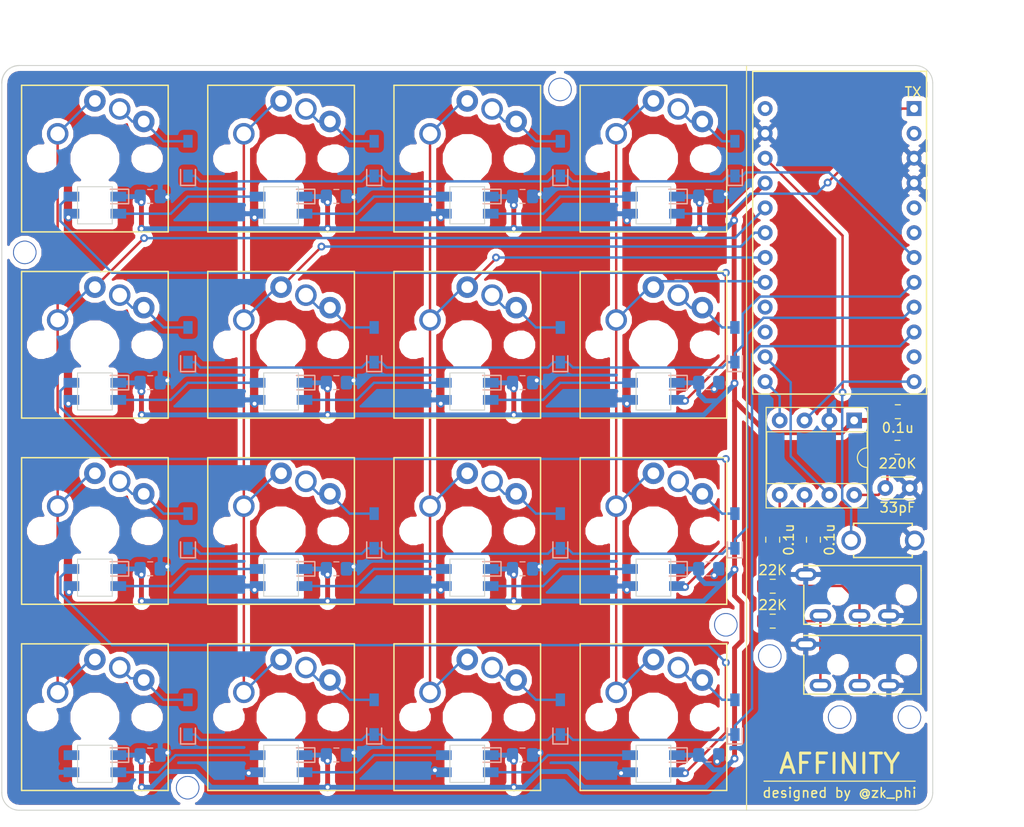
<source format=kicad_pcb>
(kicad_pcb (version 20171130) (host pcbnew "(5.0.1-3-g963ef8bb5)")
  (layers (0 F.Cu signal) (31 B.Cu signal) (34 B.Paste user) (35 F.Paste user) (36 B.SilkS user) (37 F.SilkS user) (38 B.Mask user) (39 F.Mask user) (44 Edge.Cuts user))
  (net 0 "")
  (net 1 GND)
  (net 2 "Net-(C1-Pad2)")
  (net 3 "Net-(C2-Pad2)")
  (net 4 VCC)
  (net 5 "Net-(D1-Pad2)")
  (net 6 row0)
  (net 7 "Net-(D2-Pad2)")
  (net 8 row1)
  (net 9 "Net-(D3-Pad2)")
  (net 10 row2)
  (net 11 row3)
  (net 12 "Net-(D4-Pad2)")
  (net 13 "Net-(D6-Pad2)")
  (net 14 "Net-(D7-Pad2)")
  (net 15 "Net-(D8-Pad2)")
  (net 16 "Net-(D9-Pad2)")
  (net 17 "Net-(D11-Pad2)")
  (net 18 "Net-(D12-Pad2)")
  (net 19 "Net-(D13-Pad2)")
  (net 20 "Net-(D14-Pad2)")
  (net 21 "Net-(D16-Pad2)")
  (net 22 "Net-(D17-Pad2)")
  (net 23 "Net-(D18-Pad2)")
  (net 24 "Net-(D19-Pad2)")
  (net 25 "Net-(J1-PadD)")
  (net 26 "Net-(J1-PadC)")
  (net 27 led)
  (net 28 "Net-(L1-Pad1)")
  (net 29 "Net-(L2-Pad1)")
  (net 30 "Net-(L3-Pad1)")
  (net 31 "Net-(L4-Pad1)")
  (net 32 "Net-(L11-Pad3)")
  (net 33 "Net-(L12-Pad3)")
  (net 34 "Net-(L13-Pad3)")
  (net 35 "Net-(L14-Pad3)")
  (net 36 "Net-(L11-Pad1)")
  (net 37 "Net-(L12-Pad1)")
  (net 38 "Net-(L13-Pad1)")
  (net 39 "Net-(L14-Pad1)")
  (net 40 "Net-(L16-Pad1)")
  (net 41 "Net-(L17-Pad1)")
  (net 42 "Net-(L18-Pad1)")
  (net 43 AIN)
  (net 44 reset)
  (net 45 col0)
  (net 46 col1)
  (net 47 col2)
  (net 48 col3)
  (net 49 "Net-(U1-Pad2)")
  (net 50 "Net-(U1-Pad5)")
  (net 51 "Net-(U1-Pad6)")
  (net 52 STROBE)
  (net 53 "Net-(U1-Pad24)")
  (net 54 "Net-(U1-Pad15)")
  (net 55 EQRST)
  (net 56 EQOUT)
  (net 57 "Net-(U1-Pad11)")
  (net 58 "Net-(U1-Pad16)")
  (net 59 "Net-(C4-Pad2)")
  (net 60 "Net-(L19-Pad1)")
  (module phi-kbd-library:Capacitor_Disc_2.50mm-irreversible (layer F.Cu) (at 114.300672 87.80911 180)
    (fp_text reference 33pF (at 0 -2 180) (layer F.SilkS))
    (fp_text value C_Small)
    (pad 2 thru_hole circle (at 1.25 0 180) (size 1.6 1.6) (drill 0.8) (layers *.Cu *.Mask) (net 2 "Net-(C1-Pad2)"))
    (pad 1 thru_hole circle (at -1.25 0 180) (size 1.6 1.6) (drill 0.8) (layers *.Cu *.Mask) (net 1 GND))
  )
  (module phi-kbd-library:MX_or_Choc_1.00u-irreversible (layer F.Cu) (at 32.181632 54.102056)
    (fp_text reference SW2 hide)
    (fp_text value SW_PUSH hide)
    (pad 2 thru_hole circle (at 5 -3.8 270) (size 2.2 2.2) (drill 1.2) (layers *.Cu *.Mask) (net 5 "Net-(D1-Pad2)"))
    (pad 1 thru_hole circle (at 0 -5.9 90) (size 2.2 2.2) (drill 1.2) (layers *.Cu *.Mask) (net 45 col0))
    (pad 2 thru_hole circle (at 2.54 -5.08 180) (size 2.2 2.2) (drill 1.5) (layers *.Cu *.Mask) (net 5 "Net-(D1-Pad2)"))
    (pad "" np_thru_hole circle (at 0 0 90) (size 4 4) (drill 4) (layers *.Cu *.Mask))
    (pad "" np_thru_hole circle (at -5.5 0 90) (size 1.9 1.9) (drill 1.9) (layers *.Cu *.Mask))
    (pad "" np_thru_hole circle (at 5.5 0 90) (size 1.9 1.9) (drill 1.9) (layers *.Cu *.Mask))
    (pad "" np_thru_hole circle (at 5.08 0) (size 1.7 1.7) (drill 1.7) (layers *.Cu *.Mask))
    (pad "" np_thru_hole circle (at -5.08 0) (size 1.7 1.7) (drill 1.7) (layers *.Cu *.Mask))
    (pad 1 thru_hole circle (at -3.81 -2.54 180) (size 2.2 2.2) (drill 1.5) (layers *.Cu *.Mask) (net 45 col0))
  )
  (module phi-kbd-library:MX_or_Choc_1.00u-irreversible (layer F.Cu) (at 32.181632 73.152168)
    (fp_text reference SW3 hide)
    (fp_text value SW_PUSH hide)
    (pad 2 thru_hole circle (at 5 -3.8 270) (size 2.2 2.2) (drill 1.2) (layers *.Cu *.Mask) (net 7 "Net-(D2-Pad2)"))
    (pad 1 thru_hole circle (at 0 -5.9 90) (size 2.2 2.2) (drill 1.2) (layers *.Cu *.Mask) (net 45 col0))
    (pad 2 thru_hole circle (at 2.54 -5.08 180) (size 2.2 2.2) (drill 1.5) (layers *.Cu *.Mask) (net 7 "Net-(D2-Pad2)"))
    (pad "" np_thru_hole circle (at 0 0 90) (size 4 4) (drill 4) (layers *.Cu *.Mask))
    (pad "" np_thru_hole circle (at -5.5 0 90) (size 1.9 1.9) (drill 1.9) (layers *.Cu *.Mask))
    (pad "" np_thru_hole circle (at 5.5 0 90) (size 1.9 1.9) (drill 1.9) (layers *.Cu *.Mask))
    (pad "" np_thru_hole circle (at 5.08 0) (size 1.7 1.7) (drill 1.7) (layers *.Cu *.Mask))
    (pad "" np_thru_hole circle (at -5.08 0) (size 1.7 1.7) (drill 1.7) (layers *.Cu *.Mask))
    (pad 1 thru_hole circle (at -3.81 -2.54 180) (size 2.2 2.2) (drill 1.5) (layers *.Cu *.Mask) (net 45 col0))
  )
  (module phi-kbd-library:MX_or_Choc_1.00u-irreversible (layer F.Cu) (at 32.181632 92.20228)
    (fp_text reference SW4 hide)
    (fp_text value SW_PUSH hide)
    (pad 2 thru_hole circle (at 5 -3.8 270) (size 2.2 2.2) (drill 1.2) (layers *.Cu *.Mask) (net 9 "Net-(D3-Pad2)"))
    (pad 1 thru_hole circle (at 0 -5.9 90) (size 2.2 2.2) (drill 1.2) (layers *.Cu *.Mask) (net 45 col0))
    (pad 2 thru_hole circle (at 2.54 -5.08 180) (size 2.2 2.2) (drill 1.5) (layers *.Cu *.Mask) (net 9 "Net-(D3-Pad2)"))
    (pad "" np_thru_hole circle (at 0 0 90) (size 4 4) (drill 4) (layers *.Cu *.Mask))
    (pad "" np_thru_hole circle (at -5.5 0 90) (size 1.9 1.9) (drill 1.9) (layers *.Cu *.Mask))
    (pad "" np_thru_hole circle (at 5.5 0 90) (size 1.9 1.9) (drill 1.9) (layers *.Cu *.Mask))
    (pad "" np_thru_hole circle (at 5.08 0) (size 1.7 1.7) (drill 1.7) (layers *.Cu *.Mask))
    (pad "" np_thru_hole circle (at -5.08 0) (size 1.7 1.7) (drill 1.7) (layers *.Cu *.Mask))
    (pad 1 thru_hole circle (at -3.81 -2.54 180) (size 2.2 2.2) (drill 1.5) (layers *.Cu *.Mask) (net 45 col0))
  )
  (module phi-kbd-library:MX_or_Choc_1.00u-irreversible (layer F.Cu) (at 32.181632 111.252392)
    (fp_text reference SW5 hide)
    (fp_text value SW_PUSH hide)
    (pad 2 thru_hole circle (at 5 -3.8 270) (size 2.2 2.2) (drill 1.2) (layers *.Cu *.Mask) (net 12 "Net-(D4-Pad2)"))
    (pad 1 thru_hole circle (at 0 -5.9 90) (size 2.2 2.2) (drill 1.2) (layers *.Cu *.Mask) (net 45 col0))
    (pad 2 thru_hole circle (at 2.54 -5.08 180) (size 2.2 2.2) (drill 1.5) (layers *.Cu *.Mask) (net 12 "Net-(D4-Pad2)"))
    (pad "" np_thru_hole circle (at 0 0 90) (size 4 4) (drill 4) (layers *.Cu *.Mask))
    (pad "" np_thru_hole circle (at -5.5 0 90) (size 1.9 1.9) (drill 1.9) (layers *.Cu *.Mask))
    (pad "" np_thru_hole circle (at 5.5 0 90) (size 1.9 1.9) (drill 1.9) (layers *.Cu *.Mask))
    (pad "" np_thru_hole circle (at 5.08 0) (size 1.7 1.7) (drill 1.7) (layers *.Cu *.Mask))
    (pad "" np_thru_hole circle (at -5.08 0) (size 1.7 1.7) (drill 1.7) (layers *.Cu *.Mask))
    (pad 1 thru_hole circle (at -3.81 -2.54 180) (size 2.2 2.2) (drill 1.5) (layers *.Cu *.Mask) (net 45 col0))
  )
  (module phi-kbd-library:MX_or_Choc_1.00u-irreversible (layer F.Cu) (at 51.231744 54.102056)
    (fp_text reference SW7 hide)
    (fp_text value SW_PUSH hide)
    (pad 2 thru_hole circle (at 5 -3.8 270) (size 2.2 2.2) (drill 1.2) (layers *.Cu *.Mask) (net 13 "Net-(D6-Pad2)"))
    (pad 1 thru_hole circle (at 0 -5.9 90) (size 2.2 2.2) (drill 1.2) (layers *.Cu *.Mask) (net 46 col1))
    (pad 2 thru_hole circle (at 2.54 -5.08 180) (size 2.2 2.2) (drill 1.5) (layers *.Cu *.Mask) (net 13 "Net-(D6-Pad2)"))
    (pad "" np_thru_hole circle (at 0 0 90) (size 4 4) (drill 4) (layers *.Cu *.Mask))
    (pad "" np_thru_hole circle (at -5.5 0 90) (size 1.9 1.9) (drill 1.9) (layers *.Cu *.Mask))
    (pad "" np_thru_hole circle (at 5.5 0 90) (size 1.9 1.9) (drill 1.9) (layers *.Cu *.Mask))
    (pad "" np_thru_hole circle (at 5.08 0) (size 1.7 1.7) (drill 1.7) (layers *.Cu *.Mask))
    (pad "" np_thru_hole circle (at -5.08 0) (size 1.7 1.7) (drill 1.7) (layers *.Cu *.Mask))
    (pad 1 thru_hole circle (at -3.81 -2.54 180) (size 2.2 2.2) (drill 1.5) (layers *.Cu *.Mask) (net 46 col1))
  )
  (module phi-kbd-library:MX_or_Choc_1.00u-irreversible (layer F.Cu) (at 51.231744 73.152168)
    (fp_text reference SW8 hide)
    (fp_text value SW_PUSH hide)
    (pad 2 thru_hole circle (at 5 -3.8 270) (size 2.2 2.2) (drill 1.2) (layers *.Cu *.Mask) (net 14 "Net-(D7-Pad2)"))
    (pad 1 thru_hole circle (at 0 -5.9 90) (size 2.2 2.2) (drill 1.2) (layers *.Cu *.Mask) (net 46 col1))
    (pad 2 thru_hole circle (at 2.54 -5.08 180) (size 2.2 2.2) (drill 1.5) (layers *.Cu *.Mask) (net 14 "Net-(D7-Pad2)"))
    (pad "" np_thru_hole circle (at 0 0 90) (size 4 4) (drill 4) (layers *.Cu *.Mask))
    (pad "" np_thru_hole circle (at -5.5 0 90) (size 1.9 1.9) (drill 1.9) (layers *.Cu *.Mask))
    (pad "" np_thru_hole circle (at 5.5 0 90) (size 1.9 1.9) (drill 1.9) (layers *.Cu *.Mask))
    (pad "" np_thru_hole circle (at 5.08 0) (size 1.7 1.7) (drill 1.7) (layers *.Cu *.Mask))
    (pad "" np_thru_hole circle (at -5.08 0) (size 1.7 1.7) (drill 1.7) (layers *.Cu *.Mask))
    (pad 1 thru_hole circle (at -3.81 -2.54 180) (size 2.2 2.2) (drill 1.5) (layers *.Cu *.Mask) (net 46 col1))
  )
  (module phi-kbd-library:MX_or_Choc_1.00u-irreversible (layer F.Cu) (at 51.231744 92.20228)
    (fp_text reference SW9 hide)
    (fp_text value SW_PUSH hide)
    (pad 2 thru_hole circle (at 5 -3.8 270) (size 2.2 2.2) (drill 1.2) (layers *.Cu *.Mask) (net 15 "Net-(D8-Pad2)"))
    (pad 1 thru_hole circle (at 0 -5.9 90) (size 2.2 2.2) (drill 1.2) (layers *.Cu *.Mask) (net 46 col1))
    (pad 2 thru_hole circle (at 2.54 -5.08 180) (size 2.2 2.2) (drill 1.5) (layers *.Cu *.Mask) (net 15 "Net-(D8-Pad2)"))
    (pad "" np_thru_hole circle (at 0 0 90) (size 4 4) (drill 4) (layers *.Cu *.Mask))
    (pad "" np_thru_hole circle (at -5.5 0 90) (size 1.9 1.9) (drill 1.9) (layers *.Cu *.Mask))
    (pad "" np_thru_hole circle (at 5.5 0 90) (size 1.9 1.9) (drill 1.9) (layers *.Cu *.Mask))
    (pad "" np_thru_hole circle (at 5.08 0) (size 1.7 1.7) (drill 1.7) (layers *.Cu *.Mask))
    (pad "" np_thru_hole circle (at -5.08 0) (size 1.7 1.7) (drill 1.7) (layers *.Cu *.Mask))
    (pad 1 thru_hole circle (at -3.81 -2.54 180) (size 2.2 2.2) (drill 1.5) (layers *.Cu *.Mask) (net 46 col1))
  )
  (module phi-kbd-library:MX_or_Choc_1.00u-irreversible (layer F.Cu) (at 51.231744 111.252392)
    (fp_text reference SW10 hide)
    (fp_text value SW_PUSH hide)
    (pad 2 thru_hole circle (at 5 -3.8 270) (size 2.2 2.2) (drill 1.2) (layers *.Cu *.Mask) (net 16 "Net-(D9-Pad2)"))
    (pad 1 thru_hole circle (at 0 -5.9 90) (size 2.2 2.2) (drill 1.2) (layers *.Cu *.Mask) (net 46 col1))
    (pad 2 thru_hole circle (at 2.54 -5.08 180) (size 2.2 2.2) (drill 1.5) (layers *.Cu *.Mask) (net 16 "Net-(D9-Pad2)"))
    (pad "" np_thru_hole circle (at 0 0 90) (size 4 4) (drill 4) (layers *.Cu *.Mask))
    (pad "" np_thru_hole circle (at -5.5 0 90) (size 1.9 1.9) (drill 1.9) (layers *.Cu *.Mask))
    (pad "" np_thru_hole circle (at 5.5 0 90) (size 1.9 1.9) (drill 1.9) (layers *.Cu *.Mask))
    (pad "" np_thru_hole circle (at 5.08 0) (size 1.7 1.7) (drill 1.7) (layers *.Cu *.Mask))
    (pad "" np_thru_hole circle (at -5.08 0) (size 1.7 1.7) (drill 1.7) (layers *.Cu *.Mask))
    (pad 1 thru_hole circle (at -3.81 -2.54 180) (size 2.2 2.2) (drill 1.5) (layers *.Cu *.Mask) (net 46 col1))
  )
  (module phi-kbd-library:MX_or_Choc_1.00u-irreversible (layer F.Cu) (at 70.281856 54.102056)
    (fp_text reference SW12 hide)
    (fp_text value SW_PUSH hide)
    (pad 2 thru_hole circle (at 5 -3.8 270) (size 2.2 2.2) (drill 1.2) (layers *.Cu *.Mask) (net 17 "Net-(D11-Pad2)"))
    (pad 1 thru_hole circle (at 0 -5.9 90) (size 2.2 2.2) (drill 1.2) (layers *.Cu *.Mask) (net 47 col2))
    (pad 2 thru_hole circle (at 2.54 -5.08 180) (size 2.2 2.2) (drill 1.5) (layers *.Cu *.Mask) (net 17 "Net-(D11-Pad2)"))
    (pad "" np_thru_hole circle (at 0 0 90) (size 4 4) (drill 4) (layers *.Cu *.Mask))
    (pad "" np_thru_hole circle (at -5.5 0 90) (size 1.9 1.9) (drill 1.9) (layers *.Cu *.Mask))
    (pad "" np_thru_hole circle (at 5.5 0 90) (size 1.9 1.9) (drill 1.9) (layers *.Cu *.Mask))
    (pad "" np_thru_hole circle (at 5.08 0) (size 1.7 1.7) (drill 1.7) (layers *.Cu *.Mask))
    (pad "" np_thru_hole circle (at -5.08 0) (size 1.7 1.7) (drill 1.7) (layers *.Cu *.Mask))
    (pad 1 thru_hole circle (at -3.81 -2.54 180) (size 2.2 2.2) (drill 1.5) (layers *.Cu *.Mask) (net 47 col2))
  )
  (module phi-kbd-library:MX_or_Choc_1.00u-irreversible (layer F.Cu) (at 70.281856 73.152168)
    (fp_text reference SW13 hide)
    (fp_text value SW_PUSH hide)
    (pad 2 thru_hole circle (at 5 -3.8 270) (size 2.2 2.2) (drill 1.2) (layers *.Cu *.Mask) (net 18 "Net-(D12-Pad2)"))
    (pad 1 thru_hole circle (at 0 -5.9 90) (size 2.2 2.2) (drill 1.2) (layers *.Cu *.Mask) (net 47 col2))
    (pad 2 thru_hole circle (at 2.54 -5.08 180) (size 2.2 2.2) (drill 1.5) (layers *.Cu *.Mask) (net 18 "Net-(D12-Pad2)"))
    (pad "" np_thru_hole circle (at 0 0 90) (size 4 4) (drill 4) (layers *.Cu *.Mask))
    (pad "" np_thru_hole circle (at -5.5 0 90) (size 1.9 1.9) (drill 1.9) (layers *.Cu *.Mask))
    (pad "" np_thru_hole circle (at 5.5 0 90) (size 1.9 1.9) (drill 1.9) (layers *.Cu *.Mask))
    (pad "" np_thru_hole circle (at 5.08 0) (size 1.7 1.7) (drill 1.7) (layers *.Cu *.Mask))
    (pad "" np_thru_hole circle (at -5.08 0) (size 1.7 1.7) (drill 1.7) (layers *.Cu *.Mask))
    (pad 1 thru_hole circle (at -3.81 -2.54 180) (size 2.2 2.2) (drill 1.5) (layers *.Cu *.Mask) (net 47 col2))
  )
  (module phi-kbd-library:MX_or_Choc_1.00u-irreversible (layer F.Cu) (at 70.281856 92.20228)
    (fp_text reference SW14 hide)
    (fp_text value SW_PUSH hide)
    (pad 2 thru_hole circle (at 5 -3.8 270) (size 2.2 2.2) (drill 1.2) (layers *.Cu *.Mask) (net 19 "Net-(D13-Pad2)"))
    (pad 1 thru_hole circle (at 0 -5.9 90) (size 2.2 2.2) (drill 1.2) (layers *.Cu *.Mask) (net 47 col2))
    (pad 2 thru_hole circle (at 2.54 -5.08 180) (size 2.2 2.2) (drill 1.5) (layers *.Cu *.Mask) (net 19 "Net-(D13-Pad2)"))
    (pad "" np_thru_hole circle (at 0 0 90) (size 4 4) (drill 4) (layers *.Cu *.Mask))
    (pad "" np_thru_hole circle (at -5.5 0 90) (size 1.9 1.9) (drill 1.9) (layers *.Cu *.Mask))
    (pad "" np_thru_hole circle (at 5.5 0 90) (size 1.9 1.9) (drill 1.9) (layers *.Cu *.Mask))
    (pad "" np_thru_hole circle (at 5.08 0) (size 1.7 1.7) (drill 1.7) (layers *.Cu *.Mask))
    (pad "" np_thru_hole circle (at -5.08 0) (size 1.7 1.7) (drill 1.7) (layers *.Cu *.Mask))
    (pad 1 thru_hole circle (at -3.81 -2.54 180) (size 2.2 2.2) (drill 1.5) (layers *.Cu *.Mask) (net 47 col2))
  )
  (module phi-kbd-library:MX_or_Choc_1.00u-irreversible (layer F.Cu) (at 70.281856 111.252392)
    (fp_text reference SW15 hide)
    (fp_text value SW_PUSH hide)
    (pad 2 thru_hole circle (at 5 -3.8 270) (size 2.2 2.2) (drill 1.2) (layers *.Cu *.Mask) (net 20 "Net-(D14-Pad2)"))
    (pad 1 thru_hole circle (at 0 -5.9 90) (size 2.2 2.2) (drill 1.2) (layers *.Cu *.Mask) (net 47 col2))
    (pad 2 thru_hole circle (at 2.54 -5.08 180) (size 2.2 2.2) (drill 1.5) (layers *.Cu *.Mask) (net 20 "Net-(D14-Pad2)"))
    (pad "" np_thru_hole circle (at 0 0 90) (size 4 4) (drill 4) (layers *.Cu *.Mask))
    (pad "" np_thru_hole circle (at -5.5 0 90) (size 1.9 1.9) (drill 1.9) (layers *.Cu *.Mask))
    (pad "" np_thru_hole circle (at 5.5 0 90) (size 1.9 1.9) (drill 1.9) (layers *.Cu *.Mask))
    (pad "" np_thru_hole circle (at 5.08 0) (size 1.7 1.7) (drill 1.7) (layers *.Cu *.Mask))
    (pad "" np_thru_hole circle (at -5.08 0) (size 1.7 1.7) (drill 1.7) (layers *.Cu *.Mask))
    (pad 1 thru_hole circle (at -3.81 -2.54 180) (size 2.2 2.2) (drill 1.5) (layers *.Cu *.Mask) (net 47 col2))
  )
  (module phi-kbd-library:MX_or_Choc_1.00u-irreversible (layer F.Cu) (at 89.331968 54.102056)
    (fp_text reference SW17 hide)
    (fp_text value SW_PUSH hide)
    (pad 2 thru_hole circle (at 5 -3.8 270) (size 2.2 2.2) (drill 1.2) (layers *.Cu *.Mask) (net 21 "Net-(D16-Pad2)"))
    (pad 1 thru_hole circle (at 0 -5.9 90) (size 2.2 2.2) (drill 1.2) (layers *.Cu *.Mask) (net 48 col3))
    (pad 2 thru_hole circle (at 2.54 -5.08 180) (size 2.2 2.2) (drill 1.5) (layers *.Cu *.Mask) (net 21 "Net-(D16-Pad2)"))
    (pad "" np_thru_hole circle (at 0 0 90) (size 4 4) (drill 4) (layers *.Cu *.Mask))
    (pad "" np_thru_hole circle (at -5.5 0 90) (size 1.9 1.9) (drill 1.9) (layers *.Cu *.Mask))
    (pad "" np_thru_hole circle (at 5.5 0 90) (size 1.9 1.9) (drill 1.9) (layers *.Cu *.Mask))
    (pad "" np_thru_hole circle (at 5.08 0) (size 1.7 1.7) (drill 1.7) (layers *.Cu *.Mask))
    (pad "" np_thru_hole circle (at -5.08 0) (size 1.7 1.7) (drill 1.7) (layers *.Cu *.Mask))
    (pad 1 thru_hole circle (at -3.81 -2.54 180) (size 2.2 2.2) (drill 1.5) (layers *.Cu *.Mask) (net 48 col3))
  )
  (module phi-kbd-library:MX_or_Choc_1.00u-irreversible (layer F.Cu) (at 89.331968 73.152168)
    (fp_text reference SW18 hide)
    (fp_text value SW_PUSH hide)
    (pad 2 thru_hole circle (at 5 -3.8 270) (size 2.2 2.2) (drill 1.2) (layers *.Cu *.Mask) (net 22 "Net-(D17-Pad2)"))
    (pad 1 thru_hole circle (at 0 -5.9 90) (size 2.2 2.2) (drill 1.2) (layers *.Cu *.Mask) (net 48 col3))
    (pad 2 thru_hole circle (at 2.54 -5.08 180) (size 2.2 2.2) (drill 1.5) (layers *.Cu *.Mask) (net 22 "Net-(D17-Pad2)"))
    (pad "" np_thru_hole circle (at 0 0 90) (size 4 4) (drill 4) (layers *.Cu *.Mask))
    (pad "" np_thru_hole circle (at -5.5 0 90) (size 1.9 1.9) (drill 1.9) (layers *.Cu *.Mask))
    (pad "" np_thru_hole circle (at 5.5 0 90) (size 1.9 1.9) (drill 1.9) (layers *.Cu *.Mask))
    (pad "" np_thru_hole circle (at 5.08 0) (size 1.7 1.7) (drill 1.7) (layers *.Cu *.Mask))
    (pad "" np_thru_hole circle (at -5.08 0) (size 1.7 1.7) (drill 1.7) (layers *.Cu *.Mask))
    (pad 1 thru_hole circle (at -3.81 -2.54 180) (size 2.2 2.2) (drill 1.5) (layers *.Cu *.Mask) (net 48 col3))
  )
  (module phi-kbd-library:MX_or_Choc_1.00u-irreversible (layer F.Cu) (at 89.331968 92.20228)
    (fp_text reference SW19 hide)
    (fp_text value SW_PUSH hide)
    (pad 2 thru_hole circle (at 5 -3.8 270) (size 2.2 2.2) (drill 1.2) (layers *.Cu *.Mask) (net 23 "Net-(D18-Pad2)"))
    (pad 1 thru_hole circle (at 0 -5.9 90) (size 2.2 2.2) (drill 1.2) (layers *.Cu *.Mask) (net 48 col3))
    (pad 2 thru_hole circle (at 2.54 -5.08 180) (size 2.2 2.2) (drill 1.5) (layers *.Cu *.Mask) (net 23 "Net-(D18-Pad2)"))
    (pad "" np_thru_hole circle (at 0 0 90) (size 4 4) (drill 4) (layers *.Cu *.Mask))
    (pad "" np_thru_hole circle (at -5.5 0 90) (size 1.9 1.9) (drill 1.9) (layers *.Cu *.Mask))
    (pad "" np_thru_hole circle (at 5.5 0 90) (size 1.9 1.9) (drill 1.9) (layers *.Cu *.Mask))
    (pad "" np_thru_hole circle (at 5.08 0) (size 1.7 1.7) (drill 1.7) (layers *.Cu *.Mask))
    (pad "" np_thru_hole circle (at -5.08 0) (size 1.7 1.7) (drill 1.7) (layers *.Cu *.Mask))
    (pad 1 thru_hole circle (at -3.81 -2.54 180) (size 2.2 2.2) (drill 1.5) (layers *.Cu *.Mask) (net 48 col3))
  )
  (module phi-kbd-library:MX_or_Choc_1.00u-irreversible (layer F.Cu) (at 89.331968 111.252392)
    (fp_text reference SW20 hide)
    (fp_text value SW_PUSH hide)
    (pad 2 thru_hole circle (at 5 -3.8 270) (size 2.2 2.2) (drill 1.2) (layers *.Cu *.Mask) (net 24 "Net-(D19-Pad2)"))
    (pad 1 thru_hole circle (at 0 -5.9 90) (size 2.2 2.2) (drill 1.2) (layers *.Cu *.Mask) (net 48 col3))
    (pad 2 thru_hole circle (at 2.54 -5.08 180) (size 2.2 2.2) (drill 1.5) (layers *.Cu *.Mask) (net 24 "Net-(D19-Pad2)"))
    (pad "" np_thru_hole circle (at 0 0 90) (size 4 4) (drill 4) (layers *.Cu *.Mask))
    (pad "" np_thru_hole circle (at -5.5 0 90) (size 1.9 1.9) (drill 1.9) (layers *.Cu *.Mask))
    (pad "" np_thru_hole circle (at 5.5 0 90) (size 1.9 1.9) (drill 1.9) (layers *.Cu *.Mask))
    (pad "" np_thru_hole circle (at 5.08 0) (size 1.7 1.7) (drill 1.7) (layers *.Cu *.Mask))
    (pad "" np_thru_hole circle (at -5.08 0) (size 1.7 1.7) (drill 1.7) (layers *.Cu *.Mask))
    (pad 1 thru_hole circle (at -3.81 -2.54 180) (size 2.2 2.2) (drill 1.5) (layers *.Cu *.Mask) (net 48 col3))
  )
  (module Capacitor_SMD:C_0805_2012Metric_Pad1.15x1.40mm_HandSolder (layer B.Cu) (at 94.98747 57.97161 180)
    (fp_text reference C5 hide)
    (fp_text value C_Small)
    (pad 2 smd roundrect (at 1.025 0 180) (size 1.15 1.4) (layers B.Cu B.Paste B.Mask) (roundrect_rratio 0.217391) (net 4 VCC))
    (pad 1 smd roundrect (at -1.025 0 180) (size 1.15 1.4) (layers B.Cu B.Paste B.Mask) (roundrect_rratio 0.217391) (net 1 GND))
  )
  (module Capacitor_SMD:C_0805_2012Metric_Pad1.15x1.40mm_HandSolder (layer B.Cu) (at 94.98747 77.021722 180)
    (fp_text reference C6 hide)
    (fp_text value C_Small)
    (pad 1 smd roundrect (at -1.025 0 180) (size 1.15 1.4) (layers B.Cu B.Paste B.Mask) (roundrect_rratio 0.217391) (net 1 GND))
    (pad 2 smd roundrect (at 1.025 0 180) (size 1.15 1.4) (layers B.Cu B.Paste B.Mask) (roundrect_rratio 0.217391) (net 4 VCC))
  )
  (module Capacitor_SMD:C_0805_2012Metric_Pad1.15x1.40mm_HandSolder (layer B.Cu) (at 94.98747 96.071834 180)
    (fp_text reference C7 hide)
    (fp_text value C_Small)
    (pad 2 smd roundrect (at 1.025 0 180) (size 1.15 1.4) (layers B.Cu B.Paste B.Mask) (roundrect_rratio 0.217391) (net 4 VCC))
    (pad 1 smd roundrect (at -1.025 0 180) (size 1.15 1.4) (layers B.Cu B.Paste B.Mask) (roundrect_rratio 0.217391) (net 1 GND))
  )
  (module Capacitor_SMD:C_0805_2012Metric_Pad1.15x1.40mm_HandSolder (layer B.Cu) (at 94.98747 115.121946 180)
    (fp_text reference C8 hide)
    (fp_text value C_Small)
    (pad 1 smd roundrect (at -1.025 0 180) (size 1.15 1.4) (layers B.Cu B.Paste B.Mask) (roundrect_rratio 0.217391) (net 1 GND))
    (pad 2 smd roundrect (at 1.025 0 180) (size 1.15 1.4) (layers B.Cu B.Paste B.Mask) (roundrect_rratio 0.217391) (net 4 VCC))
  )
  (module Capacitor_SMD:C_0805_2012Metric_Pad1.15x1.40mm_HandSolder (layer B.Cu) (at 75.937358 57.97161)
    (fp_text reference C11 hide)
    (fp_text value C_Small)
    (pad 1 smd roundrect (at -1.025 0) (size 1.15 1.4) (layers B.Cu B.Paste B.Mask) (roundrect_rratio 0.217391) (net 4 VCC))
    (pad 2 smd roundrect (at 1.025 0) (size 1.15 1.4) (layers B.Cu B.Paste B.Mask) (roundrect_rratio 0.217391) (net 1 GND))
  )
  (module Capacitor_SMD:C_0805_2012Metric_Pad1.15x1.40mm_HandSolder (layer B.Cu) (at 75.937358 77.021722)
    (fp_text reference C12 hide)
    (fp_text value C_Small)
    (pad 2 smd roundrect (at 1.025 0) (size 1.15 1.4) (layers B.Cu B.Paste B.Mask) (roundrect_rratio 0.217391) (net 1 GND))
    (pad 1 smd roundrect (at -1.025 0) (size 1.15 1.4) (layers B.Cu B.Paste B.Mask) (roundrect_rratio 0.217391) (net 4 VCC))
  )
  (module Capacitor_SMD:C_0805_2012Metric_Pad1.15x1.40mm_HandSolder (layer B.Cu) (at 75.937358 96.071834)
    (fp_text reference C13 hide)
    (fp_text value C_Small)
    (pad 1 smd roundrect (at -1.025 0) (size 1.15 1.4) (layers B.Cu B.Paste B.Mask) (roundrect_rratio 0.217391) (net 4 VCC))
    (pad 2 smd roundrect (at 1.025 0) (size 1.15 1.4) (layers B.Cu B.Paste B.Mask) (roundrect_rratio 0.217391) (net 1 GND))
  )
  (module Capacitor_SMD:C_0805_2012Metric_Pad1.15x1.40mm_HandSolder (layer B.Cu) (at 75.937358 115.121946)
    (fp_text reference C14 hide)
    (fp_text value C_Small)
    (pad 2 smd roundrect (at 1.025 0) (size 1.15 1.4) (layers B.Cu B.Paste B.Mask) (roundrect_rratio 0.217391) (net 1 GND))
    (pad 1 smd roundrect (at -1.025 0) (size 1.15 1.4) (layers B.Cu B.Paste B.Mask) (roundrect_rratio 0.217391) (net 4 VCC))
  )
  (module Capacitor_SMD:C_0805_2012Metric_Pad1.15x1.40mm_HandSolder (layer B.Cu) (at 56.887246 57.97161 180)
    (fp_text reference C17 hide)
    (fp_text value C_Small)
    (pad 2 smd roundrect (at 1.025 0 180) (size 1.15 1.4) (layers B.Cu B.Paste B.Mask) (roundrect_rratio 0.217391) (net 4 VCC))
    (pad 1 smd roundrect (at -1.025 0 180) (size 1.15 1.4) (layers B.Cu B.Paste B.Mask) (roundrect_rratio 0.217391) (net 1 GND))
  )
  (module Capacitor_SMD:C_0805_2012Metric_Pad1.15x1.40mm_HandSolder (layer B.Cu) (at 56.887246 77.021722 180)
    (fp_text reference C18 hide)
    (fp_text value C_Small)
    (pad 1 smd roundrect (at -1.025 0 180) (size 1.15 1.4) (layers B.Cu B.Paste B.Mask) (roundrect_rratio 0.217391) (net 1 GND))
    (pad 2 smd roundrect (at 1.025 0 180) (size 1.15 1.4) (layers B.Cu B.Paste B.Mask) (roundrect_rratio 0.217391) (net 4 VCC))
  )
  (module Capacitor_SMD:C_0805_2012Metric_Pad1.15x1.40mm_HandSolder (layer B.Cu) (at 56.887246 96.071834 180)
    (fp_text reference C19 hide)
    (fp_text value C_Small)
    (pad 2 smd roundrect (at 1.025 0 180) (size 1.15 1.4) (layers B.Cu B.Paste B.Mask) (roundrect_rratio 0.217391) (net 4 VCC))
    (pad 1 smd roundrect (at -1.025 0 180) (size 1.15 1.4) (layers B.Cu B.Paste B.Mask) (roundrect_rratio 0.217391) (net 1 GND))
  )
  (module Capacitor_SMD:C_0805_2012Metric_Pad1.15x1.40mm_HandSolder (layer B.Cu) (at 56.887246 115.121946 180)
    (fp_text reference C20 hide)
    (fp_text value C_Small)
    (pad 1 smd roundrect (at -1.025 0 180) (size 1.15 1.4) (layers B.Cu B.Paste B.Mask) (roundrect_rratio 0.217391) (net 1 GND))
    (pad 2 smd roundrect (at 1.025 0 180) (size 1.15 1.4) (layers B.Cu B.Paste B.Mask) (roundrect_rratio 0.217391) (net 4 VCC))
  )
  (module Capacitor_SMD:C_0805_2012Metric_Pad1.15x1.40mm_HandSolder (layer B.Cu) (at 37.837134 57.97161)
    (fp_text reference C24 hide)
    (fp_text value C_Small)
    (pad 1 smd roundrect (at -1.025 0) (size 1.15 1.4) (layers B.Cu B.Paste B.Mask) (roundrect_rratio 0.217391) (net 4 VCC))
    (pad 2 smd roundrect (at 1.025 0) (size 1.15 1.4) (layers B.Cu B.Paste B.Mask) (roundrect_rratio 0.217391) (net 1 GND))
  )
  (module Capacitor_SMD:C_0805_2012Metric_Pad1.15x1.40mm_HandSolder (layer B.Cu) (at 37.837134 77.021722)
    (fp_text reference C25 hide)
    (fp_text value C_Small)
    (pad 2 smd roundrect (at 1.025 0) (size 1.15 1.4) (layers B.Cu B.Paste B.Mask) (roundrect_rratio 0.217391) (net 1 GND))
    (pad 1 smd roundrect (at -1.025 0) (size 1.15 1.4) (layers B.Cu B.Paste B.Mask) (roundrect_rratio 0.217391) (net 4 VCC))
  )
  (module Capacitor_SMD:C_0805_2012Metric_Pad1.15x1.40mm_HandSolder (layer B.Cu) (at 37.837134 96.071834)
    (fp_text reference C26 hide)
    (fp_text value C_Small)
    (pad 1 smd roundrect (at -1.025 0) (size 1.15 1.4) (layers B.Cu B.Paste B.Mask) (roundrect_rratio 0.217391) (net 4 VCC))
    (pad 2 smd roundrect (at 1.025 0) (size 1.15 1.4) (layers B.Cu B.Paste B.Mask) (roundrect_rratio 0.217391) (net 1 GND))
  )
  (module Capacitor_SMD:C_0805_2012Metric_Pad1.15x1.40mm_HandSolder (layer B.Cu) (at 37.837134 115.121946)
    (fp_text reference C27 hide)
    (fp_text value C_Small)
    (pad 2 smd roundrect (at 1.025 0) (size 1.15 1.4) (layers B.Cu B.Paste B.Mask) (roundrect_rratio 0.217391) (net 1 GND))
    (pad 1 smd roundrect (at -1.025 0) (size 1.15 1.4) (layers B.Cu B.Paste B.Mask) (roundrect_rratio 0.217391) (net 4 VCC))
  )
  (module phi-kbd-library:D_SMD-irreversible (layer F.Cu) (at 41.706688 54.102056 90)
    (fp_text reference D1 hide)
    (fp_text value D hide)
    (pad 2 smd rect (at 1.775 0 90) (size 1.3 0.95) (layers B.Cu B.Paste B.Mask) (net 5 "Net-(D1-Pad2)"))
    (pad 1 smd rect (at -1.775 0 90) (size 1.3 0.95) (layers B.Cu B.Paste B.Mask) (net 6 row0))
  )
  (module phi-kbd-library:D_SMD-irreversible (layer F.Cu) (at 41.706688 73.152168 90)
    (fp_text reference D2 hide)
    (fp_text value D hide)
    (pad 2 smd rect (at 1.775 0 90) (size 1.3 0.95) (layers B.Cu B.Paste B.Mask) (net 7 "Net-(D2-Pad2)"))
    (pad 1 smd rect (at -1.775 0 90) (size 1.3 0.95) (layers B.Cu B.Paste B.Mask) (net 8 row1))
  )
  (module phi-kbd-library:D_SMD-irreversible (layer F.Cu) (at 41.706688 92.20228 90)
    (fp_text reference D3 hide)
    (fp_text value D hide)
    (pad 1 smd rect (at -1.775 0 90) (size 1.3 0.95) (layers B.Cu B.Paste B.Mask) (net 10 row2))
    (pad 2 smd rect (at 1.775 0 90) (size 1.3 0.95) (layers B.Cu B.Paste B.Mask) (net 9 "Net-(D3-Pad2)"))
  )
  (module phi-kbd-library:D_SMD-irreversible (layer F.Cu) (at 41.706688 111.252392 90)
    (fp_text reference D4 hide)
    (fp_text value D hide)
    (pad 1 smd rect (at -1.775 0 90) (size 1.3 0.95) (layers B.Cu B.Paste B.Mask) (net 11 row3))
    (pad 2 smd rect (at 1.775 0 90) (size 1.3 0.95) (layers B.Cu B.Paste B.Mask) (net 12 "Net-(D4-Pad2)"))
  )
  (module phi-kbd-library:D_SMD-irreversible (layer F.Cu) (at 60.7568 54.102056 90)
    (fp_text reference D6 hide)
    (fp_text value D hide)
    (pad 1 smd rect (at -1.775 0 90) (size 1.3 0.95) (layers B.Cu B.Paste B.Mask) (net 6 row0))
    (pad 2 smd rect (at 1.775 0 90) (size 1.3 0.95) (layers B.Cu B.Paste B.Mask) (net 13 "Net-(D6-Pad2)"))
  )
  (module phi-kbd-library:D_SMD-irreversible (layer F.Cu) (at 60.7568 73.152168 90)
    (fp_text reference D7 hide)
    (fp_text value D hide)
    (pad 2 smd rect (at 1.775 0 90) (size 1.3 0.95) (layers B.Cu B.Paste B.Mask) (net 14 "Net-(D7-Pad2)"))
    (pad 1 smd rect (at -1.775 0 90) (size 1.3 0.95) (layers B.Cu B.Paste B.Mask) (net 8 row1))
  )
  (module phi-kbd-library:D_SMD-irreversible (layer F.Cu) (at 60.7568 92.20228 90)
    (fp_text reference D8 hide)
    (fp_text value D hide)
    (pad 2 smd rect (at 1.775 0 90) (size 1.3 0.95) (layers B.Cu B.Paste B.Mask) (net 15 "Net-(D8-Pad2)"))
    (pad 1 smd rect (at -1.775 0 90) (size 1.3 0.95) (layers B.Cu B.Paste B.Mask) (net 10 row2))
  )
  (module phi-kbd-library:D_SMD-irreversible (layer F.Cu) (at 60.7568 111.252392 90)
    (fp_text reference D9 hide)
    (fp_text value D hide)
    (pad 2 smd rect (at 1.775 0 90) (size 1.3 0.95) (layers B.Cu B.Paste B.Mask) (net 16 "Net-(D9-Pad2)"))
    (pad 1 smd rect (at -1.775 0 90) (size 1.3 0.95) (layers B.Cu B.Paste B.Mask) (net 11 row3))
  )
  (module phi-kbd-library:D_SMD-irreversible (layer F.Cu) (at 79.806912 54.102056 90)
    (fp_text reference D11 hide)
    (fp_text value D hide)
    (pad 2 smd rect (at 1.775 0 90) (size 1.3 0.95) (layers B.Cu B.Paste B.Mask) (net 17 "Net-(D11-Pad2)"))
    (pad 1 smd rect (at -1.775 0 90) (size 1.3 0.95) (layers B.Cu B.Paste B.Mask) (net 6 row0))
  )
  (module phi-kbd-library:D_SMD-irreversible (layer F.Cu) (at 79.806912 73.152168 90)
    (fp_text reference D12 hide)
    (fp_text value D hide)
    (pad 1 smd rect (at -1.775 0 90) (size 1.3 0.95) (layers B.Cu B.Paste B.Mask) (net 8 row1))
    (pad 2 smd rect (at 1.775 0 90) (size 1.3 0.95) (layers B.Cu B.Paste B.Mask) (net 18 "Net-(D12-Pad2)"))
  )
  (module phi-kbd-library:D_SMD-irreversible (layer F.Cu) (at 79.806912 92.20228 90)
    (fp_text reference D13 hide)
    (fp_text value D hide)
    (pad 1 smd rect (at -1.775 0 90) (size 1.3 0.95) (layers B.Cu B.Paste B.Mask) (net 10 row2))
    (pad 2 smd rect (at 1.775 0 90) (size 1.3 0.95) (layers B.Cu B.Paste B.Mask) (net 19 "Net-(D13-Pad2)"))
  )
  (module phi-kbd-library:D_SMD-irreversible (layer F.Cu) (at 79.806912 111.252392 90)
    (fp_text reference D14 hide)
    (fp_text value D hide)
    (pad 2 smd rect (at 1.775 0 90) (size 1.3 0.95) (layers B.Cu B.Paste B.Mask) (net 20 "Net-(D14-Pad2)"))
    (pad 1 smd rect (at -1.775 0 90) (size 1.3 0.95) (layers B.Cu B.Paste B.Mask) (net 11 row3))
  )
  (module phi-kbd-library:D_SMD-irreversible (layer F.Cu) (at 97.666392 54.102056 90)
    (fp_text reference D16 hide)
    (fp_text value D hide)
    (pad 1 smd rect (at -1.775 0 90) (size 1.3 0.95) (layers B.Cu B.Paste B.Mask) (net 6 row0))
    (pad 2 smd rect (at 1.775 0 90) (size 1.3 0.95) (layers B.Cu B.Paste B.Mask) (net 21 "Net-(D16-Pad2)"))
  )
  (module phi-kbd-library:D_SMD-irreversible (layer F.Cu) (at 97.666392 73.152168 90)
    (fp_text reference D17 hide)
    (fp_text value D hide)
    (pad 1 smd rect (at -1.775 0 90) (size 1.3 0.95) (layers B.Cu B.Paste B.Mask) (net 8 row1))
    (pad 2 smd rect (at 1.775 0 90) (size 1.3 0.95) (layers B.Cu B.Paste B.Mask) (net 22 "Net-(D17-Pad2)"))
  )
  (module phi-kbd-library:D_SMD-irreversible (layer F.Cu) (at 97.666392 92.20228 90)
    (fp_text reference D18 hide)
    (fp_text value D hide)
    (pad 2 smd rect (at 1.775 0 90) (size 1.3 0.95) (layers B.Cu B.Paste B.Mask) (net 23 "Net-(D18-Pad2)"))
    (pad 1 smd rect (at -1.775 0 90) (size 1.3 0.95) (layers B.Cu B.Paste B.Mask) (net 10 row2))
  )
  (module phi-kbd-library:D_SMD-irreversible (layer F.Cu) (at 97.666392 111.252392 90)
    (fp_text reference D19 hide)
    (fp_text value D hide)
    (pad 1 smd rect (at -1.775 0 90) (size 1.3 0.95) (layers B.Cu B.Paste B.Mask) (net 11 row3))
    (pad 2 smd rect (at 1.775 0 90) (size 1.3 0.95) (layers B.Cu B.Paste B.Mask) (net 24 "Net-(D19-Pad2)"))
  )
  (module phi-kbd-library:MJ-4PP-9-irreversible (layer F.Cu) (at 116.716504 105.894548 180)
    (fp_text reference J1)
    (fp_text value MJ-4PP-9)
    (pad "" np_thru_hole circle (at 1.5 0 180) (size 1.2 1.2) (drill 1.2) (layers *.Cu *.Mask))
    (pad "" np_thru_hole circle (at 8.5 0 180) (size 1.2 1.2) (drill 1.2) (layers *.Cu *.Mask))
    (pad B thru_hole oval (at 3.3 -2.1 180) (size 2.2 1.3) (drill oval 1.5 0.6) (layers *.Cu *.Mask) (net 1 GND))
    (pad C thru_hole oval (at 6.3 -2.1 180) (size 2.2 1.3) (drill oval 1.5 0.6) (layers *.Cu *.Mask) (net 26 "Net-(J1-PadC)"))
    (pad D thru_hole oval (at 10.3 -2.1 180) (size 2.2 1.3) (drill oval 1.5 0.6) (layers *.Cu *.Mask) (net 25 "Net-(J1-PadD)"))
    (pad A thru_hole oval (at 11.8 2.1 180) (size 2.2 1.3) (drill oval 1.5 0.6) (layers *.Cu *.Mask) (net 1 GND))
  )
  (module phi-kbd-library:MJ-4PP-9-irreversible (layer F.Cu) (at 116.716504 98.750756 180)
    (fp_text reference J2)
    (fp_text value MJ-4PP-9)
    (pad A thru_hole oval (at 11.8 2.1 180) (size 2.2 1.3) (drill oval 1.5 0.6) (layers *.Cu *.Mask) (net 1 GND))
    (pad D thru_hole oval (at 10.3 -2.1 180) (size 2.2 1.3) (drill oval 1.5 0.6) (layers *.Cu *.Mask) (net 25 "Net-(J1-PadD)"))
    (pad C thru_hole oval (at 6.3 -2.1 180) (size 2.2 1.3) (drill oval 1.5 0.6) (layers *.Cu *.Mask) (net 26 "Net-(J1-PadC)"))
    (pad B thru_hole oval (at 3.3 -2.1 180) (size 2.2 1.3) (drill oval 1.5 0.6) (layers *.Cu *.Mask) (net 1 GND))
    (pad "" np_thru_hole circle (at 8.5 0 180) (size 1.2 1.2) (drill 1.2) (layers *.Cu *.Mask))
    (pad "" np_thru_hole circle (at 1.5 0 180) (size 1.2 1.2) (drill 1.2) (layers *.Cu *.Mask))
  )
  (module phi-kbd-library:ResetSW-irreversible (layer F.Cu) (at 112.812382 93.166954)
    (fp_text reference SW1 hide)
    (fp_text value SW_PUSH)
    (pad 1 thru_hole circle (at -3.25 0) (size 2 2) (drill 1.3) (layers *.Cu *.Mask) (net 44 reset))
    (pad 2 thru_hole circle (at 3.25 0) (size 2 2) (drill 1.3) (layers *.Cu *.Mask) (net 1 GND))
  )
  (module phi-kbd-library:ProMicro_Reversed_Conthrough-irreversible (layer F.Cu) (at 108.38208 45.172316 270)
    (fp_text reference U1)
    (fp_text value ProMicro hide)
    (fp_text user TX (at 2.1336 -7.5184 unlocked) (layer F.SilkS))
    (pad 13 thru_hole circle (at 31.75 7.62 270) (size 1.524 1.524) (drill 0.8128) (layers *.Cu *.Mask) (net 52 STROBE))
    (pad 14 thru_hole circle (at 29.21 7.62 270) (size 1.524 1.524) (drill 0.8128) (layers *.Cu *.Mask) (net 55 EQRST))
    (pad 15 thru_hole circle (at 26.67 7.62 270) (size 1.524 1.524) (drill 0.8128) (layers *.Cu *.Mask) (net 54 "Net-(U1-Pad15)"))
    (pad 16 thru_hole circle (at 24.13 7.62 270) (size 1.524 1.524) (drill 0.8128) (layers *.Cu *.Mask) (net 58 "Net-(U1-Pad16)"))
    (pad 17 thru_hole circle (at 21.59 7.62 270) (size 1.524 1.524) (drill 0.8128) (layers *.Cu *.Mask) (net 48 col3))
    (pad 18 thru_hole circle (at 19.05 7.62 270) (size 1.524 1.524) (drill 0.8128) (layers *.Cu *.Mask) (net 47 col2))
    (pad 19 thru_hole circle (at 16.51 7.62 270) (size 1.524 1.524) (drill 0.8128) (layers *.Cu *.Mask) (net 46 col1))
    (pad 20 thru_hole circle (at 13.97 7.62 270) (size 1.524 1.524) (drill 0.8128) (layers *.Cu *.Mask) (net 45 col0))
    (pad 21 thru_hole circle (at 11.43 7.62 270) (size 1.524 1.524) (drill 0.8128) (layers *.Cu *.Mask) (net 4 VCC))
    (pad 22 thru_hole circle (at 8.89 7.62 270) (size 1.524 1.524) (drill 0.8128) (layers *.Cu *.Mask) (net 44 reset))
    (pad 23 thru_hole circle (at 6.35 7.62 270) (size 1.524 1.524) (drill 0.8128) (layers *.Cu *.Mask) (net 1 GND))
    (pad 24 thru_hole circle (at 3.81 7.62 270) (size 1.524 1.524) (drill 0.8128) (layers *.Cu *.Mask) (net 53 "Net-(U1-Pad24)"))
    (pad 12 thru_hole circle (at 31.75 -7.62 270) (size 1.524 1.524) (drill 0.8128) (layers *.Cu *.Mask) (net 56 EQOUT))
    (pad 11 thru_hole circle (at 29.21 -7.62 270) (size 1.524 1.524) (drill 0.8128) (layers *.Cu *.Mask) (net 57 "Net-(U1-Pad11)"))
    (pad 10 thru_hole circle (at 26.67 -7.62 270) (size 1.524 1.524) (drill 0.8128) (layers *.Cu *.Mask) (net 11 row3))
    (pad 9 thru_hole circle (at 24.13 -7.62 270) (size 1.524 1.524) (drill 0.8128) (layers *.Cu *.Mask) (net 10 row2))
    (pad 8 thru_hole circle (at 21.59 -7.62 270) (size 1.524 1.524) (drill 0.8128) (layers *.Cu *.Mask) (net 8 row1))
    (pad 7 thru_hole circle (at 19.05 -7.62 270) (size 1.524 1.524) (drill 0.8128) (layers *.Cu *.Mask) (net 6 row0))
    (pad 6 thru_hole circle (at 16.51 -7.62 270) (size 1.524 1.524) (drill 0.8128) (layers *.Cu *.Mask) (net 51 "Net-(U1-Pad6)"))
    (pad 5 thru_hole circle (at 13.97 -7.62 270) (size 1.524 1.524) (drill 0.8128) (layers *.Cu *.Mask) (net 50 "Net-(U1-Pad5)"))
    (pad 4 thru_hole circle (at 11.43 -7.62 270) (size 1.524 1.524) (drill 0.8128) (layers *.Cu *.Mask) (net 1 GND))
    (pad 3 thru_hole circle (at 8.89 -7.62 270) (size 1.524 1.524) (drill 0.8128) (layers *.Cu *.Mask) (net 1 GND))
    (pad 2 thru_hole circle (at 6.35 -7.62 270) (size 1.524 1.524) (drill 0.8128) (layers *.Cu *.Mask) (net 49 "Net-(U1-Pad2)"))
    (pad 1 thru_hole rect (at 3.81 -7.62 270) (size 1.524 1.524) (drill 0.8128) (layers *.Cu *.Mask) (net 27 led))
  )
  (module Package_DIP:DIP-8_W7.62mm_Socket (layer F.Cu) (at 109.87037 80.891276 270)
    (fp_text reference U2 hide)
    (fp_text value MSGEQ7)
    (pad 1 thru_hole rect (at 0 0 270) (size 1.6 1.6) (drill 0.8) (layers *.Cu *.Mask) (net 4 VCC))
    (pad 5 thru_hole oval (at 7.62 7.62 270) (size 1.6 1.6) (drill 0.8) (layers *.Cu *.Mask) (net 43 AIN))
    (pad 2 thru_hole oval (at 0 2.54 270) (size 1.6 1.6) (drill 0.8) (layers *.Cu *.Mask) (net 1 GND))
    (pad 6 thru_hole oval (at 7.62 5.08 270) (size 1.6 1.6) (drill 0.8) (layers *.Cu *.Mask) (net 3 "Net-(C2-Pad2)"))
    (pad 3 thru_hole oval (at 0 5.08 270) (size 1.6 1.6) (drill 0.8) (layers *.Cu *.Mask) (net 56 EQOUT))
    (pad 7 thru_hole oval (at 7.62 2.54 270) (size 1.6 1.6) (drill 0.8) (layers *.Cu *.Mask) (net 55 EQRST))
    (pad 4 thru_hole oval (at 0 7.62 270) (size 1.6 1.6) (drill 0.8) (layers *.Cu *.Mask) (net 52 STROBE))
    (pad 8 thru_hole oval (at 7.62 0 270) (size 1.6 1.6) (drill 0.8) (layers *.Cu *.Mask) (net 2 "Net-(C1-Pad2)"))
  )
  (module Capacitor_SMD:C_0805_2012Metric_Pad1.15x1.40mm_HandSolder (layer F.Cu) (at 105.703158 93.095254 90)
    (fp_text reference 0.1u (at 0 1.65 90) (layer F.SilkS))
    (fp_text value C_Small)
    (pad 2 smd roundrect (at 1.025 0 90) (size 1.15 1.4) (layers F.Cu F.Paste F.Mask) (roundrect_rratio 0.217391) (net 3 "Net-(C2-Pad2)"))
    (pad 1 smd roundrect (at -1.025 0 90) (size 1.15 1.4) (layers F.Cu F.Paste F.Mask) (roundrect_rratio 0.217391) (net 1 GND))
  )
  (module Capacitor_SMD:C_0805_2012Metric_Pad1.15x1.40mm_HandSolder (layer F.Cu) (at 101.535946 93.095254 270)
    (fp_text reference 0.1u (at 0 -1.65 270) (layer F.SilkS))
    (fp_text value C_Small)
    (pad 2 smd roundrect (at 1.025 0 270) (size 1.15 1.4) (layers F.Cu F.Paste F.Mask) (roundrect_rratio 0.217391) (net 59 "Net-(C4-Pad2)"))
    (pad 1 smd roundrect (at -1.025 0 270) (size 1.15 1.4) (layers F.Cu F.Paste F.Mask) (roundrect_rratio 0.217391) (net 43 AIN))
  )
  (module Capacitor_SMD:C_0805_2012Metric_Pad1.15x1.40mm_HandSolder (layer F.Cu) (at 114.33524 79.998302)
    (fp_text reference 0.1u (at 0 1.65) (layer F.SilkS))
    (fp_text value C_Small)
    (pad 2 smd roundrect (at 1.025 0) (size 1.15 1.4) (layers F.Cu F.Paste F.Mask) (roundrect_rratio 0.217391) (net 1 GND))
    (pad 1 smd roundrect (at -1.025 0) (size 1.15 1.4) (layers F.Cu F.Paste F.Mask) (roundrect_rratio 0.217391) (net 4 VCC))
  )
  (module Resistor_SMD:R_0805_2012Metric_Pad1.15x1.40mm_HandSolder (layer F.Cu) (at 114.300672 83.641898 180)
    (fp_text reference 220K (at 0 -1.65 180) (layer F.SilkS))
    (fp_text value R_Small)
    (pad 2 smd roundrect (at 1.025 0 180) (size 1.15 1.4) (layers F.Cu F.Paste F.Mask) (roundrect_rratio 0.217391) (net 2 "Net-(C1-Pad2)"))
    (pad 1 smd roundrect (at -1.025 0 180) (size 1.15 1.4) (layers F.Cu F.Paste F.Mask) (roundrect_rratio 0.217391) (net 4 VCC))
  )
  (module Resistor_SMD:R_0805_2012Metric_Pad1.15x1.40mm_HandSolder (layer F.Cu) (at 101.535946 101.429678)
    (fp_text reference 22K (at 0 -1.65) (layer F.SilkS))
    (fp_text value R_Small)
    (pad 2 smd roundrect (at 1.025 0) (size 1.15 1.4) (layers F.Cu F.Paste F.Mask) (roundrect_rratio 0.217391) (net 25 "Net-(J1-PadD)"))
    (pad 1 smd roundrect (at -1.025 0) (size 1.15 1.4) (layers F.Cu F.Paste F.Mask) (roundrect_rratio 0.217391) (net 59 "Net-(C4-Pad2)"))
  )
  (module Resistor_SMD:R_0805_2012Metric_Pad1.15x1.40mm_HandSolder (layer F.Cu) (at 101.535946 97.857782)
    (fp_text reference 22K (at 0 -1.65) (layer F.SilkS))
    (fp_text value R_Small)
    (pad 1 smd roundrect (at -1.025 0) (size 1.15 1.4) (layers F.Cu F.Paste F.Mask) (roundrect_rratio 0.217391) (net 59 "Net-(C4-Pad2)"))
    (pad 2 smd roundrect (at 1.025 0) (size 1.15 1.4) (layers F.Cu F.Paste F.Mask) (roundrect_rratio 0.217391) (net 26 "Net-(J1-PadC)"))
  )
  (module phi-kbd-library:SK6812MINI_narrow-irreversible (layer B.Cu) (at 89.331968 58.864584)
    (fp_text reference L1 hide)
    (fp_text value SK6812MINI hide)
    (pad 1 smd rect (at -2.4 -0.875) (size 1.6 1) (layers B.Cu B.Paste B.Mask) (net 28 "Net-(L1-Pad1)"))
    (pad 2 smd rect (at -2.4 0.875) (size 1.6 1) (layers B.Cu B.Paste B.Mask) (net 1 GND))
    (pad 3 smd rect (at 2.4 0.875) (size 1.6 1) (layers B.Cu B.Paste B.Mask) (net 27 led))
    (pad 4 smd rect (at 2.4 -0.875) (size 1.6 1) (layers B.Cu B.Paste B.Mask) (net 4 VCC))
  )
  (module phi-kbd-library:SK6812MINI_narrow-irreversible (layer B.Cu) (at 89.331968 77.914696)
    (fp_text reference L2 hide)
    (fp_text value SK6812MINI hide)
    (pad 4 smd rect (at 2.4 -0.875) (size 1.6 1) (layers B.Cu B.Paste B.Mask) (net 4 VCC))
    (pad 3 smd rect (at 2.4 0.875) (size 1.6 1) (layers B.Cu B.Paste B.Mask) (net 40 "Net-(L16-Pad1)"))
    (pad 2 smd rect (at -2.4 0.875) (size 1.6 1) (layers B.Cu B.Paste B.Mask) (net 1 GND))
    (pad 1 smd rect (at -2.4 -0.875) (size 1.6 1) (layers B.Cu B.Paste B.Mask) (net 29 "Net-(L2-Pad1)"))
  )
  (module phi-kbd-library:SK6812MINI_narrow-irreversible (layer B.Cu) (at 89.331968 96.964808)
    (fp_text reference L3 hide)
    (fp_text value SK6812MINI hide)
    (pad 1 smd rect (at -2.4 -0.875) (size 1.6 1) (layers B.Cu B.Paste B.Mask) (net 30 "Net-(L3-Pad1)"))
    (pad 2 smd rect (at -2.4 0.875) (size 1.6 1) (layers B.Cu B.Paste B.Mask) (net 1 GND))
    (pad 3 smd rect (at 2.4 0.875) (size 1.6 1) (layers B.Cu B.Paste B.Mask) (net 41 "Net-(L17-Pad1)"))
    (pad 4 smd rect (at 2.4 -0.875) (size 1.6 1) (layers B.Cu B.Paste B.Mask) (net 4 VCC))
  )
  (module phi-kbd-library:SK6812MINI_narrow-irreversible (layer B.Cu) (at 89.331968 116.01492)
    (fp_text reference L4 hide)
    (fp_text value SK6812MINI hide)
    (pad 4 smd rect (at 2.4 -0.875) (size 1.6 1) (layers B.Cu B.Paste B.Mask) (net 4 VCC))
    (pad 3 smd rect (at 2.4 0.875) (size 1.6 1) (layers B.Cu B.Paste B.Mask) (net 42 "Net-(L18-Pad1)"))
    (pad 2 smd rect (at -2.4 0.875) (size 1.6 1) (layers B.Cu B.Paste B.Mask) (net 1 GND))
    (pad 1 smd rect (at -2.4 -0.875) (size 1.6 1) (layers B.Cu B.Paste B.Mask) (net 31 "Net-(L4-Pad1)"))
  )
  (module phi-kbd-library:SK6812MINI_narrow-irreversible (layer B.Cu) (at 70.281856 58.864584)
    (fp_text reference L6 hide)
    (fp_text value SK6812MINI hide)
    (pad 4 smd rect (at 2.4 -0.875) (size 1.6 1) (layers B.Cu B.Paste B.Mask) (net 4 VCC))
    (pad 3 smd rect (at 2.4 0.875) (size 1.6 1) (layers B.Cu B.Paste B.Mask) (net 28 "Net-(L1-Pad1)"))
    (pad 2 smd rect (at -2.4 0.875) (size 1.6 1) (layers B.Cu B.Paste B.Mask) (net 1 GND))
    (pad 1 smd rect (at -2.4 -0.875) (size 1.6 1) (layers B.Cu B.Paste B.Mask) (net 32 "Net-(L11-Pad3)"))
  )
  (module phi-kbd-library:SK6812MINI_narrow-irreversible (layer B.Cu) (at 70.281856 77.914696)
    (fp_text reference L7 hide)
    (fp_text value SK6812MINI hide)
    (pad 1 smd rect (at -2.4 -0.875) (size 1.6 1) (layers B.Cu B.Paste B.Mask) (net 33 "Net-(L12-Pad3)"))
    (pad 2 smd rect (at -2.4 0.875) (size 1.6 1) (layers B.Cu B.Paste B.Mask) (net 1 GND))
    (pad 3 smd rect (at 2.4 0.875) (size 1.6 1) (layers B.Cu B.Paste B.Mask) (net 29 "Net-(L2-Pad1)"))
    (pad 4 smd rect (at 2.4 -0.875) (size 1.6 1) (layers B.Cu B.Paste B.Mask) (net 4 VCC))
  )
  (module phi-kbd-library:SK6812MINI_narrow-irreversible (layer B.Cu) (at 70.281856 96.964808)
    (fp_text reference L8 hide)
    (fp_text value SK6812MINI hide)
    (pad 4 smd rect (at 2.4 -0.875) (size 1.6 1) (layers B.Cu B.Paste B.Mask) (net 4 VCC))
    (pad 3 smd rect (at 2.4 0.875) (size 1.6 1) (layers B.Cu B.Paste B.Mask) (net 30 "Net-(L3-Pad1)"))
    (pad 2 smd rect (at -2.4 0.875) (size 1.6 1) (layers B.Cu B.Paste B.Mask) (net 1 GND))
    (pad 1 smd rect (at -2.4 -0.875) (size 1.6 1) (layers B.Cu B.Paste B.Mask) (net 34 "Net-(L13-Pad3)"))
  )
  (module phi-kbd-library:SK6812MINI_narrow-irreversible (layer B.Cu) (at 70.281856 116.01492)
    (fp_text reference L9 hide)
    (fp_text value SK6812MINI hide)
    (pad 1 smd rect (at -2.4 -0.875) (size 1.6 1) (layers B.Cu B.Paste B.Mask) (net 35 "Net-(L14-Pad3)"))
    (pad 2 smd rect (at -2.4 0.875) (size 1.6 1) (layers B.Cu B.Paste B.Mask) (net 1 GND))
    (pad 3 smd rect (at 2.4 0.875) (size 1.6 1) (layers B.Cu B.Paste B.Mask) (net 31 "Net-(L4-Pad1)"))
    (pad 4 smd rect (at 2.4 -0.875) (size 1.6 1) (layers B.Cu B.Paste B.Mask) (net 4 VCC))
  )
  (module phi-kbd-library:SK6812MINI_narrow-irreversible (layer B.Cu) (at 51.231744 58.864584)
    (fp_text reference L11 hide)
    (fp_text value SK6812MINI hide)
    (pad 1 smd rect (at -2.4 -0.875) (size 1.6 1) (layers B.Cu B.Paste B.Mask) (net 36 "Net-(L11-Pad1)"))
    (pad 2 smd rect (at -2.4 0.875) (size 1.6 1) (layers B.Cu B.Paste B.Mask) (net 1 GND))
    (pad 3 smd rect (at 2.4 0.875) (size 1.6 1) (layers B.Cu B.Paste B.Mask) (net 32 "Net-(L11-Pad3)"))
    (pad 4 smd rect (at 2.4 -0.875) (size 1.6 1) (layers B.Cu B.Paste B.Mask) (net 4 VCC))
  )
  (module phi-kbd-library:SK6812MINI_narrow-irreversible (layer B.Cu) (at 51.231744 77.914696)
    (fp_text reference L12 hide)
    (fp_text value SK6812MINI hide)
    (pad 4 smd rect (at 2.4 -0.875) (size 1.6 1) (layers B.Cu B.Paste B.Mask) (net 4 VCC))
    (pad 3 smd rect (at 2.4 0.875) (size 1.6 1) (layers B.Cu B.Paste B.Mask) (net 33 "Net-(L12-Pad3)"))
    (pad 2 smd rect (at -2.4 0.875) (size 1.6 1) (layers B.Cu B.Paste B.Mask) (net 1 GND))
    (pad 1 smd rect (at -2.4 -0.875) (size 1.6 1) (layers B.Cu B.Paste B.Mask) (net 37 "Net-(L12-Pad1)"))
  )
  (module phi-kbd-library:SK6812MINI_narrow-irreversible (layer B.Cu) (at 51.231744 96.964808)
    (fp_text reference L13 hide)
    (fp_text value SK6812MINI hide)
    (pad 1 smd rect (at -2.4 -0.875) (size 1.6 1) (layers B.Cu B.Paste B.Mask) (net 38 "Net-(L13-Pad1)"))
    (pad 2 smd rect (at -2.4 0.875) (size 1.6 1) (layers B.Cu B.Paste B.Mask) (net 1 GND))
    (pad 3 smd rect (at 2.4 0.875) (size 1.6 1) (layers B.Cu B.Paste B.Mask) (net 34 "Net-(L13-Pad3)"))
    (pad 4 smd rect (at 2.4 -0.875) (size 1.6 1) (layers B.Cu B.Paste B.Mask) (net 4 VCC))
  )
  (module phi-kbd-library:SK6812MINI_narrow-irreversible (layer B.Cu) (at 51.231744 116.01492)
    (fp_text reference L14 hide)
    (fp_text value SK6812MINI hide)
    (pad 4 smd rect (at 2.4 -0.875) (size 1.6 1) (layers B.Cu B.Paste B.Mask) (net 4 VCC))
    (pad 3 smd rect (at 2.4 0.875) (size 1.6 1) (layers B.Cu B.Paste B.Mask) (net 35 "Net-(L14-Pad3)"))
    (pad 2 smd rect (at -2.4 0.875) (size 1.6 1) (layers B.Cu B.Paste B.Mask) (net 1 GND))
    (pad 1 smd rect (at -2.4 -0.875) (size 1.6 1) (layers B.Cu B.Paste B.Mask) (net 39 "Net-(L14-Pad1)"))
  )
  (module phi-kbd-library:SK6812MINI_narrow-irreversible (layer B.Cu) (at 32.181632 58.864584)
    (fp_text reference L16 hide)
    (fp_text value SK6812MINI hide)
    (pad 4 smd rect (at 2.4 -0.875) (size 1.6 1) (layers B.Cu B.Paste B.Mask) (net 4 VCC))
    (pad 3 smd rect (at 2.4 0.875) (size 1.6 1) (layers B.Cu B.Paste B.Mask) (net 36 "Net-(L11-Pad1)"))
    (pad 2 smd rect (at -2.4 0.875) (size 1.6 1) (layers B.Cu B.Paste B.Mask) (net 1 GND))
    (pad 1 smd rect (at -2.4 -0.875) (size 1.6 1) (layers B.Cu B.Paste B.Mask) (net 40 "Net-(L16-Pad1)"))
  )
  (module phi-kbd-library:SK6812MINI_narrow-irreversible (layer B.Cu) (at 32.181632 77.914696)
    (fp_text reference L17 hide)
    (fp_text value SK6812MINI hide)
    (pad 1 smd rect (at -2.4 -0.875) (size 1.6 1) (layers B.Cu B.Paste B.Mask) (net 41 "Net-(L17-Pad1)"))
    (pad 2 smd rect (at -2.4 0.875) (size 1.6 1) (layers B.Cu B.Paste B.Mask) (net 1 GND))
    (pad 3 smd rect (at 2.4 0.875) (size 1.6 1) (layers B.Cu B.Paste B.Mask) (net 37 "Net-(L12-Pad1)"))
    (pad 4 smd rect (at 2.4 -0.875) (size 1.6 1) (layers B.Cu B.Paste B.Mask) (net 4 VCC))
  )
  (module phi-kbd-library:SK6812MINI_narrow-irreversible (layer B.Cu) (at 32.181632 96.964808)
    (fp_text reference L18 hide)
    (fp_text value SK6812MINI hide)
    (pad 4 smd rect (at 2.4 -0.875) (size 1.6 1) (layers B.Cu B.Paste B.Mask) (net 4 VCC))
    (pad 3 smd rect (at 2.4 0.875) (size 1.6 1) (layers B.Cu B.Paste B.Mask) (net 38 "Net-(L13-Pad1)"))
    (pad 2 smd rect (at -2.4 0.875) (size 1.6 1) (layers B.Cu B.Paste B.Mask) (net 1 GND))
    (pad 1 smd rect (at -2.4 -0.875) (size 1.6 1) (layers B.Cu B.Paste B.Mask) (net 42 "Net-(L18-Pad1)"))
  )
  (module phi-kbd-library:SK6812MINI_narrow-irreversible (layer B.Cu) (at 32.181632 116.01492)
    (fp_text reference L19 hide)
    (fp_text value SK6812MINI hide)
    (pad 1 smd rect (at -2.4 -0.875) (size 1.6 1) (layers B.Cu B.Paste B.Mask) (net 60 "Net-(L19-Pad1)"))
    (pad 2 smd rect (at -2.4 0.875) (size 1.6 1) (layers B.Cu B.Paste B.Mask) (net 1 GND))
    (pad 3 smd rect (at 2.4 0.875) (size 1.6 1) (layers B.Cu B.Paste B.Mask) (net 39 "Net-(L14-Pad1)"))
    (pad 4 smd rect (at 2.4 -0.875) (size 1.6 1) (layers B.Cu B.Paste B.Mask) (net 4 VCC))
  )
  (module phi-kbd-library:M2_SCREW_HOLE (layer F.Cu) (at 115.525872 111.252392)
    (fp_text reference Ref**)
    (fp_text value Val**)
    (pad "" np_thru_hole circle (at 0 0) (size 2.4 2.4) (drill 2.2) (layers *.Cu *.Mask))
  )
  (module phi-kbd-library:M2_SCREW_HOLE (layer F.Cu) (at 101.238288 105.001574)
    (fp_text reference Ref**)
    (fp_text value Val**)
    (pad "" np_thru_hole circle (at 0 0) (size 2.4 2.4) (drill 2.2) (layers *.Cu *.Mask))
  )
  (module phi-kbd-library:M2_SCREW_HOLE (layer F.Cu) (at 108.38208 111.252392)
    (fp_text reference Ref**)
    (fp_text value Val**)
    (pad "" np_thru_hole circle (at 0 0) (size 2.4 2.4) (drill 2.2) (layers *.Cu *.Mask))
  )
  (module phi-kbd-library:M2_SCREW_HOLE (layer F.Cu) (at 41.67212 118.467884)
    (fp_text reference Ref**)
    (fp_text value Val**)
    (pad "" np_thru_hole circle (at 0 0) (size 2.4 2.4) (drill 2.2) (layers *.Cu *.Mask))
  )
  (module phi-kbd-library:M2_SCREW_HOLE (layer F.Cu) (at 79.772344 47.029964)
    (fp_text reference Ref**)
    (fp_text value Val**)
    (pad "" np_thru_hole circle (at 0 0) (size 2.4 2.4) (drill 2.2) (layers *.Cu *.Mask))
  )
  (module phi-kbd-library:M2_SCREW_HOLE (layer F.Cu) (at 25.003272 63.698812)
    (fp_text reference Ref**)
    (fp_text value Val**)
    (pad "" np_thru_hole circle (at 0 0) (size 2.4 2.4) (drill 2.2) (layers *.Cu *.Mask))
  )
  (module phi-kbd-library:M2_SCREW_HOLE (layer F.Cu) (at 96.73885 101.799036)
    (fp_text reference Ref**)
    (fp_text value Val**)
    (pad "" np_thru_hole circle (at 0 0) (size 2.4 2.4) (drill 2.2) (layers *.Cu *.Mask))
  )
  (gr_line (start 30.406576 117.927) (end 30.406576 114.127) (layer Edge.Cuts) (width 0.1))
  (gr_line (start 33.956576 117.927) (end 30.406576 117.927) (layer Edge.Cuts) (width 0.1))
  (gr_line (start 33.956576 114.127) (end 33.956576 117.927) (layer Edge.Cuts) (width 0.1))
  (gr_line (start 30.406576 114.127) (end 33.956576 114.127) (layer Edge.Cuts) (width 0.1))
  (gr_line (start 30.406576 98.877) (end 30.406576 95.077) (layer Edge.Cuts) (width 0.1))
  (gr_line (start 33.956576 98.877) (end 30.406576 98.877) (layer Edge.Cuts) (width 0.1))
  (gr_line (start 33.956576 95.077) (end 33.956576 98.877) (layer Edge.Cuts) (width 0.1))
  (gr_line (start 30.406576 95.077) (end 33.956576 95.077) (layer Edge.Cuts) (width 0.1))
  (gr_line (start 30.406576 79.827) (end 30.406576 76.027) (layer Edge.Cuts) (width 0.1))
  (gr_line (start 33.956576 79.827) (end 30.406576 79.827) (layer Edge.Cuts) (width 0.1))
  (gr_line (start 33.956576 76.027) (end 33.956576 79.827) (layer Edge.Cuts) (width 0.1))
  (gr_line (start 30.406576 76.027) (end 33.956576 76.027) (layer Edge.Cuts) (width 0.1))
  (gr_line (start 30.406576 60.777) (end 30.406576 56.977) (layer Edge.Cuts) (width 0.1))
  (gr_line (start 33.956576 60.777) (end 30.406576 60.777) (layer Edge.Cuts) (width 0.1))
  (gr_line (start 33.956576 56.977) (end 33.956576 60.777) (layer Edge.Cuts) (width 0.1))
  (gr_line (start 30.406576 56.977) (end 33.956576 56.977) (layer Edge.Cuts) (width 0.1))
  (gr_line (start 49.456576 117.927) (end 49.456576 114.127) (layer Edge.Cuts) (width 0.1))
  (gr_line (start 53.006576 117.927) (end 49.456576 117.927) (layer Edge.Cuts) (width 0.1))
  (gr_line (start 53.006576 114.127) (end 53.006576 117.927) (layer Edge.Cuts) (width 0.1))
  (gr_line (start 49.456576 114.127) (end 53.006576 114.127) (layer Edge.Cuts) (width 0.1))
  (gr_line (start 49.456576 98.877) (end 49.456576 95.077) (layer Edge.Cuts) (width 0.1))
  (gr_line (start 53.006576 98.877) (end 49.456576 98.877) (layer Edge.Cuts) (width 0.1))
  (gr_line (start 53.006576 95.077) (end 53.006576 98.877) (layer Edge.Cuts) (width 0.1))
  (gr_line (start 49.456576 95.077) (end 53.006576 95.077) (layer Edge.Cuts) (width 0.1))
  (gr_line (start 49.456576 79.827) (end 49.456576 76.027) (layer Edge.Cuts) (width 0.1))
  (gr_line (start 53.006576 79.827) (end 49.456576 79.827) (layer Edge.Cuts) (width 0.1))
  (gr_line (start 53.006576 76.027) (end 53.006576 79.827) (layer Edge.Cuts) (width 0.1))
  (gr_line (start 49.456576 76.027) (end 53.006576 76.027) (layer Edge.Cuts) (width 0.1))
  (gr_line (start 49.456576 60.777) (end 49.456576 56.977) (layer Edge.Cuts) (width 0.1))
  (gr_line (start 53.006576 60.777) (end 49.456576 60.777) (layer Edge.Cuts) (width 0.1))
  (gr_line (start 53.006576 56.977) (end 53.006576 60.777) (layer Edge.Cuts) (width 0.1))
  (gr_line (start 49.456576 56.977) (end 53.006576 56.977) (layer Edge.Cuts) (width 0.1))
  (gr_line (start 68.506576 117.927) (end 68.506576 114.127) (layer Edge.Cuts) (width 0.1))
  (gr_line (start 72.056576 117.927) (end 68.506576 117.927) (layer Edge.Cuts) (width 0.1))
  (gr_line (start 72.056576 114.127) (end 72.056576 117.927) (layer Edge.Cuts) (width 0.1))
  (gr_line (start 68.506576 114.127) (end 72.056576 114.127) (layer Edge.Cuts) (width 0.1))
  (gr_line (start 68.506576 98.877) (end 68.506576 95.077) (layer Edge.Cuts) (width 0.1))
  (gr_line (start 72.056576 98.877) (end 68.506576 98.877) (layer Edge.Cuts) (width 0.1))
  (gr_line (start 72.056576 95.077) (end 72.056576 98.877) (layer Edge.Cuts) (width 0.1))
  (gr_line (start 68.506576 95.077) (end 72.056576 95.077) (layer Edge.Cuts) (width 0.1))
  (gr_line (start 68.506576 79.827) (end 68.506576 76.027) (layer Edge.Cuts) (width 0.1))
  (gr_line (start 72.056576 79.827) (end 68.506576 79.827) (layer Edge.Cuts) (width 0.1))
  (gr_line (start 72.056576 76.027) (end 72.056576 79.827) (layer Edge.Cuts) (width 0.1))
  (gr_line (start 68.506576 76.027) (end 72.056576 76.027) (layer Edge.Cuts) (width 0.1))
  (gr_line (start 68.506576 60.777) (end 68.506576 56.977) (layer Edge.Cuts) (width 0.1))
  (gr_line (start 72.056576 60.777) (end 68.506576 60.777) (layer Edge.Cuts) (width 0.1))
  (gr_line (start 72.056576 56.977) (end 72.056576 60.777) (layer Edge.Cuts) (width 0.1))
  (gr_line (start 68.506576 56.977) (end 72.056576 56.977) (layer Edge.Cuts) (width 0.1))
  (gr_line (start 87.556576 117.927) (end 87.556576 114.127) (layer Edge.Cuts) (width 0.1))
  (gr_line (start 91.106576 117.927) (end 87.556576 117.927) (layer Edge.Cuts) (width 0.1))
  (gr_line (start 91.106576 114.127) (end 91.106576 117.927) (layer Edge.Cuts) (width 0.1))
  (gr_line (start 87.556576 114.127) (end 91.106576 114.127) (layer Edge.Cuts) (width 0.1))
  (gr_line (start 87.556576 98.877) (end 87.556576 95.077) (layer Edge.Cuts) (width 0.1))
  (gr_line (start 91.106576 98.877) (end 87.556576 98.877) (layer Edge.Cuts) (width 0.1))
  (gr_line (start 91.106576 95.077) (end 91.106576 98.877) (layer Edge.Cuts) (width 0.1))
  (gr_line (start 87.556576 95.077) (end 91.106576 95.077) (layer Edge.Cuts) (width 0.1))
  (gr_line (start 87.556576 79.827) (end 87.556576 76.027) (layer Edge.Cuts) (width 0.1))
  (gr_line (start 91.106576 79.827) (end 87.556576 79.827) (layer Edge.Cuts) (width 0.1))
  (gr_line (start 91.106576 76.027) (end 91.106576 79.827) (layer Edge.Cuts) (width 0.1))
  (gr_line (start 87.556576 76.027) (end 91.106576 76.027) (layer Edge.Cuts) (width 0.1))
  (gr_line (start 87.556576 60.777) (end 87.556576 56.977) (layer Edge.Cuts) (width 0.1))
  (gr_line (start 91.106576 60.777) (end 87.556576 60.777) (layer Edge.Cuts) (width 0.1))
  (gr_line (start 91.106576 56.977) (end 91.106576 60.777) (layer Edge.Cuts) (width 0.1))
  (gr_line (start 87.556576 56.977) (end 91.106576 56.977) (layer Edge.Cuts) (width 0.1))
  (gr_line (start 98.857024 44.577) (end 98.857024 120.777448) (layer F.SilkS) (width 0.12))
  (gr_line (start 100.642972 117.800868) (end 116.121188 117.800868) (layer F.SilkS) (width 0.12))
  (gr_text "designed by @zk_phi" (at 108.38208 118.9915) (layer F.SilkS) (effects (font (size 1 1))))
  (gr_arc (start 116.121188 46.362948) (end 117.907136 46.362948) (angle -90) (layer Edge.Cuts) (width 0.1))
  (gr_arc (start 116.121188 118.9915) (end 116.121188 120.777448) (angle -90) (layer Edge.Cuts) (width 0.1))
  (gr_arc (start 24.442524 118.9915) (end 22.656576 118.9915) (angle -90) (layer Edge.Cuts) (width 0.1))
  (gr_arc (start 24.442524 46.362948) (end 24.442524 44.577) (angle -90) (layer Edge.Cuts) (width 0.12))
  (gr_text AFFINITY (at 108.38208 116.01492) (layer F.SilkS) (effects (font (size 2 2) (thickness 0.3))))
  (gr_line (start 116.121188 44.577) (end 24.442524 44.577) (layer Edge.Cuts) (width 0.1))
  (gr_line (start 117.907136 118.9915) (end 117.907136 46.362948) (layer Edge.Cuts) (width 0.1))
  (gr_line (start 24.442524 120.777448) (end 116.121188 120.777448) (layer Edge.Cuts) (width 0.1))
  (gr_line (start 22.656576 46.362948) (end 22.656576 118.9915) (layer Edge.Cuts) (width 0.1))
  (via (at 96.73885 57.745652) (size 0.8) (drill 0.4) (layers F.Cu B.Cu) (net 1))
  (segment (start 96.512892 57.97161) (end 96.73885 57.745652) (width 0.5) (layer B.Cu) (net 1))
  (segment (start 96.01247 57.97161) (end 96.512892 57.97161) (width 0.5) (layer B.Cu) (net 1))
  (segment (start 86.931968 60.111084) (end 86.618478 60.424574) (width 0.5) (layer B.Cu) (net 1))
  (via (at 86.618478 60.424574) (size 0.8) (drill 0.4) (layers F.Cu B.Cu) (net 1))
  (segment (start 86.931968 59.739584) (end 86.931968 60.111084) (width 0.5) (layer B.Cu) (net 1))
  (via (at 67.568366 60.126916) (size 0.8) (drill 0.4) (layers F.Cu B.Cu) (net 1))
  (segment (start 67.881856 59.813426) (end 67.568366 60.126916) (width 0.5) (layer B.Cu) (net 1))
  (segment (start 67.881856 59.739584) (end 67.881856 59.813426) (width 0.5) (layer B.Cu) (net 1))
  (via (at 58.638626 58.04331) (size 0.8) (drill 0.4) (layers F.Cu B.Cu) (net 1))
  (segment (start 58.566926 57.97161) (end 58.638626 58.04331) (width 0.5) (layer B.Cu) (net 1))
  (segment (start 57.912246 57.97161) (end 58.566926 57.97161) (width 0.5) (layer B.Cu) (net 1))
  (via (at 48.518254 60.126916) (size 0.8) (drill 0.4) (layers F.Cu B.Cu) (net 1))
  (segment (start 48.831744 59.813426) (end 48.518254 60.126916) (width 0.5) (layer B.Cu) (net 1))
  (segment (start 48.831744 59.739584) (end 48.831744 59.813426) (width 0.5) (layer B.Cu) (net 1))
  (via (at 29.468142 60.126916) (size 0.8) (drill 0.4) (layers F.Cu B.Cu) (net 1))
  (segment (start 29.781632 59.813426) (end 29.468142 60.126916) (width 0.5) (layer B.Cu) (net 1))
  (segment (start 29.781632 59.739584) (end 29.781632 59.813426) (width 0.5) (layer B.Cu) (net 1))
  (via (at 77.688738 57.745652) (size 0.8) (drill 0.4) (layers F.Cu B.Cu) (net 1))
  (segment (start 77.46278 57.97161) (end 77.688738 57.745652) (width 0.5) (layer B.Cu) (net 1))
  (segment (start 76.962358 57.97161) (end 77.46278 57.97161) (width 0.5) (layer B.Cu) (net 1))
  (via (at 29.468142 79.177028) (size 0.8) (drill 0.4) (layers F.Cu B.Cu) (net 1))
  (segment (start 29.781632 78.863538) (end 29.468142 79.177028) (width 0.5) (layer B.Cu) (net 1))
  (segment (start 29.781632 78.789696) (end 29.781632 78.863538) (width 0.5) (layer B.Cu) (net 1))
  (via (at 48.518254 79.177028) (size 0.8) (drill 0.4) (layers F.Cu B.Cu) (net 1))
  (segment (start 48.831744 78.863538) (end 48.518254 79.177028) (width 0.5) (layer B.Cu) (net 1))
  (segment (start 48.831744 78.789696) (end 48.831744 78.863538) (width 0.5) (layer B.Cu) (net 1))
  (via (at 58.638626 76.795764) (size 0.8) (drill 0.4) (layers F.Cu B.Cu) (net 1))
  (segment (start 58.412668 77.021722) (end 58.638626 76.795764) (width 0.5) (layer B.Cu) (net 1))
  (segment (start 57.912246 77.021722) (end 58.412668 77.021722) (width 0.5) (layer B.Cu) (net 1))
  (via (at 67.568366 79.177028) (size 0.8) (drill 0.4) (layers F.Cu B.Cu) (net 1))
  (segment (start 67.881856 78.863538) (end 67.568366 79.177028) (width 0.5) (layer B.Cu) (net 1))
  (segment (start 67.881856 78.789696) (end 67.881856 78.863538) (width 0.5) (layer B.Cu) (net 1))
  (via (at 77.39108 76.795764) (size 0.8) (drill 0.4) (layers F.Cu B.Cu) (net 1))
  (segment (start 77.165122 77.021722) (end 77.39108 76.795764) (width 0.5) (layer B.Cu) (net 1))
  (segment (start 76.962358 77.021722) (end 77.165122 77.021722) (width 0.5) (layer B.Cu) (net 1))
  (via (at 86.618478 79.177028) (size 0.8) (drill 0.4) (layers F.Cu B.Cu) (net 1))
  (segment (start 86.931968 78.863538) (end 86.618478 79.177028) (width 0.5) (layer B.Cu) (net 1))
  (segment (start 86.931968 78.789696) (end 86.931968 78.863538) (width 0.5) (layer B.Cu) (net 1))
  (segment (start 96.01247 77.224486) (end 95.548218 77.688738) (width 0.5) (layer B.Cu) (net 1))
  (via (at 95.548218 77.688738) (size 0.8) (drill 0.4) (layers F.Cu B.Cu) (net 1))
  (segment (start 96.01247 77.021722) (end 96.01247 77.224486) (width 0.5) (layer B.Cu) (net 1))
  (via (at 95.548218 96.73885) (size 0.8) (drill 0.4) (layers F.Cu B.Cu) (net 1))
  (segment (start 96.01247 96.274598) (end 95.548218 96.73885) (width 0.5) (layer B.Cu) (net 1))
  (segment (start 96.01247 96.071834) (end 96.01247 96.274598) (width 0.5) (layer B.Cu) (net 1))
  (via (at 86.618478 98.22714) (size 0.8) (drill 0.4) (layers F.Cu B.Cu) (net 1))
  (segment (start 86.931968 97.91365) (end 86.618478 98.22714) (width 0.5) (layer B.Cu) (net 1))
  (segment (start 86.931968 97.839808) (end 86.931968 97.91365) (width 0.5) (layer B.Cu) (net 1))
  (segment (start 77.46278 96.071834) (end 77.688738 95.845876) (width 0.5) (layer B.Cu) (net 1))
  (via (at 77.688738 95.845876) (size 0.8) (drill 0.4) (layers F.Cu B.Cu) (net 1))
  (segment (start 76.962358 96.071834) (end 77.46278 96.071834) (width 0.5) (layer B.Cu) (net 1))
  (via (at 67.568366 98.22714) (size 0.8) (drill 0.4) (layers F.Cu B.Cu) (net 1))
  (segment (start 67.881856 97.91365) (end 67.568366 98.22714) (width 0.5) (layer B.Cu) (net 1))
  (segment (start 67.881856 97.839808) (end 67.881856 97.91365) (width 0.5) (layer B.Cu) (net 1))
  (segment (start 58.412668 96.071834) (end 58.638626 95.845876) (width 0.5) (layer B.Cu) (net 1))
  (via (at 58.638626 95.845876) (size 0.8) (drill 0.4) (layers F.Cu B.Cu) (net 1))
  (segment (start 57.912246 96.071834) (end 58.412668 96.071834) (width 0.5) (layer B.Cu) (net 1))
  (via (at 48.518254 98.22714) (size 0.8) (drill 0.4) (layers F.Cu B.Cu) (net 1))
  (segment (start 48.831744 97.91365) (end 48.518254 98.22714) (width 0.5) (layer B.Cu) (net 1))
  (segment (start 48.831744 97.839808) (end 48.831744 97.91365) (width 0.5) (layer B.Cu) (net 1))
  (via (at 29.537534 98.455406) (size 0.8) (drill 0.4) (layers F.Cu B.Cu) (net 1))
  (segment (start 29.781632 98.211308) (end 29.537534 98.455406) (width 0.5) (layer B.Cu) (net 1))
  (segment (start 29.781632 97.839808) (end 29.781632 98.211308) (width 0.5) (layer B.Cu) (net 1))
  (via (at 95.845876 115.788962) (size 0.8) (drill 0.4) (layers F.Cu B.Cu) (net 1))
  (segment (start 96.01247 115.622368) (end 95.845876 115.788962) (width 0.5) (layer B.Cu) (net 1))
  (segment (start 96.01247 115.121946) (end 96.01247 115.622368) (width 0.5) (layer B.Cu) (net 1))
  (via (at 86.023162 116.979594) (size 0.8) (drill 0.4) (layers F.Cu B.Cu) (net 1))
  (segment (start 86.112836 116.88992) (end 86.023162 116.979594) (width 0.5) (layer B.Cu) (net 1))
  (segment (start 86.931968 116.88992) (end 86.112836 116.88992) (width 0.5) (layer B.Cu) (net 1))
  (segment (start 77.46278 115.121946) (end 77.688738 114.895988) (width 0.5) (layer B.Cu) (net 1))
  (via (at 77.688738 114.895988) (size 0.8) (drill 0.4) (layers F.Cu B.Cu) (net 1))
  (segment (start 76.962358 115.121946) (end 77.46278 115.121946) (width 0.5) (layer B.Cu) (net 1))
  (segment (start 67.181034 116.88992) (end 66.97305 116.681936) (width 0.5) (layer B.Cu) (net 1))
  (via (at 66.97305 116.681936) (size 0.8) (drill 0.4) (layers F.Cu B.Cu) (net 1))
  (segment (start 67.881856 116.88992) (end 67.181034 116.88992) (width 0.5) (layer B.Cu) (net 1))
  (via (at 58.638626 114.895988) (size 0.8) (drill 0.4) (layers F.Cu B.Cu) (net 1))
  (segment (start 58.412668 115.121946) (end 58.638626 114.895988) (width 0.5) (layer B.Cu) (net 1))
  (segment (start 57.912246 115.121946) (end 58.412668 115.121946) (width 0.5) (layer B.Cu) (net 1))
  (via (at 47.922938 116.979594) (size 0.8) (drill 0.4) (layers F.Cu B.Cu) (net 1))
  (segment (start 48.012612 116.88992) (end 47.922938 116.979594) (width 0.5) (layer B.Cu) (net 1))
  (segment (start 48.831744 116.88992) (end 48.012612 116.88992) (width 0.5) (layer B.Cu) (net 1))
  (segment (start 39.516814 57.97161) (end 39.588514 58.04331) (width 0.25) (layer B.Cu) (net 1))
  (via (at 39.588514 58.04331) (size 0.8) (drill 0.4) (layers F.Cu B.Cu) (net 1))
  (segment (start 38.862134 57.97161) (end 39.516814 57.97161) (width 0.25) (layer B.Cu) (net 1))
  (via (at 39.588514 76.795764) (size 0.8) (drill 0.4) (layers F.Cu B.Cu) (net 1))
  (segment (start 39.362556 77.021722) (end 39.588514 76.795764) (width 0.25) (layer B.Cu) (net 1))
  (segment (start 38.862134 77.021722) (end 39.362556 77.021722) (width 0.25) (layer B.Cu) (net 1))
  (segment (start 39.362556 96.071834) (end 39.588514 95.845876) (width 0.25) (layer B.Cu) (net 1))
  (via (at 39.588514 95.845876) (size 0.8) (drill 0.4) (layers F.Cu B.Cu) (net 1))
  (segment (start 38.862134 96.071834) (end 39.362556 96.071834) (width 0.25) (layer B.Cu) (net 1))
  (via (at 39.588514 114.895988) (size 0.8) (drill 0.4) (layers F.Cu B.Cu) (net 1))
  (segment (start 39.362556 115.121946) (end 39.588514 114.895988) (width 0.25) (layer B.Cu) (net 1))
  (segment (start 38.862134 115.121946) (end 39.362556 115.121946) (width 0.25) (layer B.Cu) (net 1))
  (segment (start 110.274878 88.106768) (end 109.87037 88.511276) (width 0.25) (layer F.Cu) (net 2))
  (segment (start 112.348506 88.511276) (end 113.050672 87.80911) (width 0.25) (layer F.Cu) (net 2))
  (segment (start 109.87037 88.511276) (end 112.348506 88.511276) (width 0.25) (layer F.Cu) (net 2))
  (segment (start 113.275672 87.58411) (end 113.050672 87.80911) (width 0.25) (layer F.Cu) (net 2))
  (segment (start 113.275672 83.641898) (end 113.275672 87.58411) (width 0.25) (layer F.Cu) (net 2))
  (segment (start 104.79037 91.157466) (end 105.703158 92.070254) (width 0.25) (layer F.Cu) (net 3))
  (segment (start 104.79037 88.511276) (end 104.79037 91.157466) (width 0.25) (layer F.Cu) (net 3))
  (segment (start 93.944496 57.989584) (end 93.96247 57.97161) (width 0.5) (layer B.Cu) (net 4))
  (segment (start 91.731968 57.989584) (end 93.944496 57.989584) (width 0.5) (layer B.Cu) (net 4))
  (segment (start 74.894384 57.989584) (end 74.912358 57.97161) (width 0.5) (layer B.Cu) (net 4))
  (segment (start 72.681856 57.989584) (end 74.894384 57.989584) (width 0.5) (layer B.Cu) (net 4))
  (segment (start 55.844272 57.989584) (end 55.862246 57.97161) (width 0.5) (layer B.Cu) (net 4))
  (segment (start 53.631744 57.989584) (end 55.844272 57.989584) (width 0.5) (layer B.Cu) (net 4))
  (segment (start 36.79416 57.989584) (end 36.812134 57.97161) (width 0.5) (layer B.Cu) (net 4))
  (segment (start 34.581632 57.989584) (end 36.79416 57.989584) (width 0.5) (layer B.Cu) (net 4))
  (segment (start 36.79416 77.039696) (end 36.812134 77.021722) (width 0.5) (layer B.Cu) (net 4))
  (segment (start 34.581632 77.039696) (end 36.79416 77.039696) (width 0.5) (layer B.Cu) (net 4))
  (segment (start 55.844272 77.039696) (end 55.862246 77.021722) (width 0.5) (layer B.Cu) (net 4))
  (segment (start 53.631744 77.039696) (end 55.844272 77.039696) (width 0.5) (layer B.Cu) (net 4))
  (segment (start 74.894384 77.039696) (end 74.912358 77.021722) (width 0.5) (layer B.Cu) (net 4))
  (segment (start 72.681856 77.039696) (end 74.894384 77.039696) (width 0.5) (layer B.Cu) (net 4))
  (segment (start 93.944496 77.039696) (end 93.96247 77.021722) (width 0.5) (layer B.Cu) (net 4))
  (segment (start 91.731968 77.039696) (end 93.944496 77.039696) (width 0.5) (layer B.Cu) (net 4))
  (segment (start 93.944496 96.089808) (end 93.96247 96.071834) (width 0.5) (layer B.Cu) (net 4))
  (segment (start 91.731968 96.089808) (end 93.944496 96.089808) (width 0.5) (layer B.Cu) (net 4))
  (segment (start 74.894384 96.089808) (end 74.912358 96.071834) (width 0.5) (layer B.Cu) (net 4))
  (segment (start 72.681856 96.089808) (end 74.894384 96.089808) (width 0.5) (layer B.Cu) (net 4))
  (segment (start 55.844272 96.089808) (end 55.862246 96.071834) (width 0.5) (layer B.Cu) (net 4))
  (segment (start 53.631744 96.089808) (end 55.844272 96.089808) (width 0.5) (layer B.Cu) (net 4))
  (segment (start 36.79416 96.089808) (end 36.812134 96.071834) (width 0.5) (layer B.Cu) (net 4))
  (segment (start 34.581632 96.089808) (end 36.79416 96.089808) (width 0.5) (layer B.Cu) (net 4))
  (segment (start 36.79416 115.13992) (end 36.812134 115.121946) (width 0.5) (layer B.Cu) (net 4))
  (segment (start 34.581632 115.13992) (end 36.79416 115.13992) (width 0.5) (layer B.Cu) (net 4))
  (segment (start 55.844272 115.13992) (end 55.862246 115.121946) (width 0.5) (layer B.Cu) (net 4))
  (segment (start 53.631744 115.13992) (end 55.844272 115.13992) (width 0.5) (layer B.Cu) (net 4))
  (segment (start 74.894384 115.13992) (end 74.912358 115.121946) (width 0.5) (layer B.Cu) (net 4))
  (segment (start 72.681856 115.13992) (end 74.894384 115.13992) (width 0.5) (layer B.Cu) (net 4))
  (segment (start 93.944496 115.13992) (end 93.96247 115.121946) (width 0.5) (layer B.Cu) (net 4))
  (segment (start 91.731968 115.13992) (end 93.944496 115.13992) (width 0.5) (layer B.Cu) (net 4))
  (via (at 75.044384 58.864584) (size 0.8) (drill 0.4) (layers F.Cu B.Cu) (net 4))
  (segment (start 74.912358 58.732558) (end 75.044384 58.864584) (width 0.5) (layer B.Cu) (net 4))
  (segment (start 74.912358 57.97161) (end 74.912358 58.732558) (width 0.5) (layer B.Cu) (net 4))
  (via (at 75.044384 61.27701) (size 0.8) (drill 0.4) (layers F.Cu B.Cu) (net 4))
  (segment (start 75.044384 58.864584) (end 75.044384 61.27701) (width 0.5) (layer F.Cu) (net 4))
  (via (at 55.994272 58.566926) (size 0.8) (drill 0.4) (layers F.Cu B.Cu) (net 4))
  (segment (start 55.862246 58.4349) (end 55.994272 58.566926) (width 0.5) (layer B.Cu) (net 4))
  (segment (start 55.862246 57.97161) (end 55.862246 58.4349) (width 0.5) (layer B.Cu) (net 4))
  (via (at 55.994272 61.27701) (size 0.8) (drill 0.4) (layers F.Cu B.Cu) (net 4))
  (segment (start 55.994272 58.566926) (end 55.994272 61.27701) (width 0.5) (layer F.Cu) (net 4))
  (segment (start 75.044384 61.27701) (end 55.994272 61.27701) (width 0.5) (layer B.Cu) (net 4))
  (segment (start 36.812134 58.4349) (end 36.94416 58.566926) (width 0.5) (layer B.Cu) (net 4))
  (via (at 36.94416 58.566926) (size 0.8) (drill 0.4) (layers F.Cu B.Cu) (net 4))
  (segment (start 36.812134 57.97161) (end 36.812134 58.4349) (width 0.5) (layer B.Cu) (net 4))
  (via (at 36.94416 61.27701) (size 0.8) (drill 0.4) (layers F.Cu B.Cu) (net 4))
  (segment (start 36.94416 58.566926) (end 36.94416 61.27701) (width 0.5) (layer F.Cu) (net 4))
  (segment (start 55.994272 61.27701) (end 36.94416 61.27701) (width 0.5) (layer B.Cu) (net 4))
  (segment (start 91.731968 77.039696) (end 92.031968 77.039696) (width 0.5) (layer B.Cu) (net 4))
  (via (at 36.94416 77.914696) (size 0.8) (drill 0.4) (layers F.Cu B.Cu) (net 4))
  (segment (start 36.812134 77.78267) (end 36.94416 77.914696) (width 0.5) (layer B.Cu) (net 4))
  (segment (start 36.812134 77.021722) (end 36.812134 77.78267) (width 0.5) (layer B.Cu) (net 4))
  (via (at 36.97521 80.32701) (size 0.8) (drill 0.4) (layers F.Cu B.Cu) (net 4))
  (segment (start 36.94416 80.29596) (end 36.97521 80.32701) (width 0.5) (layer F.Cu) (net 4))
  (segment (start 36.94416 77.914696) (end 36.94416 80.29596) (width 0.5) (layer F.Cu) (net 4))
  (via (at 55.994272 77.617038) (size 0.8) (drill 0.4) (layers F.Cu B.Cu) (net 4))
  (segment (start 55.862246 77.485012) (end 55.994272 77.617038) (width 0.5) (layer B.Cu) (net 4))
  (segment (start 55.862246 77.021722) (end 55.862246 77.485012) (width 0.5) (layer B.Cu) (net 4))
  (via (at 55.994272 80.32701) (size 0.8) (drill 0.4) (layers F.Cu B.Cu) (net 4))
  (segment (start 55.994272 77.617038) (end 55.994272 80.32701) (width 0.5) (layer F.Cu) (net 4))
  (segment (start 55.994272 80.32701) (end 36.97521 80.32701) (width 0.5) (layer B.Cu) (net 4))
  (via (at 75.044384 77.617038) (size 0.8) (drill 0.4) (layers F.Cu B.Cu) (net 4))
  (segment (start 74.912358 77.485012) (end 75.044384 77.617038) (width 0.5) (layer B.Cu) (net 4))
  (segment (start 74.912358 77.021722) (end 74.912358 77.485012) (width 0.5) (layer B.Cu) (net 4))
  (segment (start 75.044384 77.617038) (end 75.044384 80.32701) (width 0.5) (layer F.Cu) (net 4))
  (segment (start 75.044384 80.32701) (end 55.994272 80.32701) (width 0.5) (layer B.Cu) (net 4))
  (via (at 75.044384 80.32701) (size 0.8) (drill 0.4) (layers F.Cu B.Cu) (net 4))
  (segment (start 91.731968 96.089808) (end 92.031968 96.089808) (width 0.5) (layer B.Cu) (net 4))
  (via (at 36.94416 96.66715) (size 0.8) (drill 0.4) (layers F.Cu B.Cu) (net 4))
  (segment (start 36.812134 96.535124) (end 36.94416 96.66715) (width 0.5) (layer B.Cu) (net 4))
  (segment (start 36.812134 96.071834) (end 36.812134 96.535124) (width 0.5) (layer B.Cu) (net 4))
  (via (at 36.975098 99.37701) (size 0.8) (drill 0.4) (layers F.Cu B.Cu) (net 4))
  (segment (start 36.94416 99.346072) (end 36.975098 99.37701) (width 0.5) (layer F.Cu) (net 4))
  (segment (start 36.94416 96.66715) (end 36.94416 99.346072) (width 0.5) (layer F.Cu) (net 4))
  (via (at 55.994272 96.66715) (size 0.8) (drill 0.4) (layers F.Cu B.Cu) (net 4))
  (segment (start 55.862246 96.535124) (end 55.994272 96.66715) (width 0.5) (layer B.Cu) (net 4))
  (segment (start 55.862246 96.071834) (end 55.862246 96.535124) (width 0.5) (layer B.Cu) (net 4))
  (via (at 55.994272 99.37701) (size 0.8) (drill 0.4) (layers F.Cu B.Cu) (net 4))
  (segment (start 55.994272 96.66715) (end 55.994272 99.37701) (width 0.5) (layer F.Cu) (net 4))
  (segment (start 55.994272 99.37701) (end 36.975098 99.37701) (width 0.5) (layer B.Cu) (net 4))
  (via (at 75.044384 96.66715) (size 0.8) (drill 0.4) (layers F.Cu B.Cu) (net 4))
  (segment (start 74.912358 96.535124) (end 75.044384 96.66715) (width 0.5) (layer B.Cu) (net 4))
  (segment (start 74.912358 96.071834) (end 74.912358 96.535124) (width 0.5) (layer B.Cu) (net 4))
  (via (at 75.044384 99.37701) (size 0.8) (drill 0.4) (layers F.Cu B.Cu) (net 4))
  (segment (start 75.044384 96.66715) (end 75.044384 99.37701) (width 0.5) (layer F.Cu) (net 4))
  (segment (start 75.044384 99.37701) (end 55.994272 99.37701) (width 0.5) (layer B.Cu) (net 4))
  (segment (start 36.812134 115.585236) (end 36.94416 115.717262) (width 0.5) (layer B.Cu) (net 4))
  (via (at 36.94416 115.717262) (size 0.8) (drill 0.4) (layers F.Cu B.Cu) (net 4))
  (segment (start 36.812134 115.121946) (end 36.812134 115.585236) (width 0.5) (layer B.Cu) (net 4))
  (via (at 36.974986 118.42701) (size 0.8) (drill 0.4) (layers F.Cu B.Cu) (net 4))
  (segment (start 36.94416 118.396184) (end 36.974986 118.42701) (width 0.5) (layer F.Cu) (net 4))
  (segment (start 36.94416 115.717262) (end 36.94416 118.396184) (width 0.5) (layer F.Cu) (net 4))
  (segment (start 55.862246 115.585236) (end 55.994272 115.717262) (width 0.5) (layer B.Cu) (net 4))
  (via (at 55.994272 115.717262) (size 0.8) (drill 0.4) (layers F.Cu B.Cu) (net 4))
  (segment (start 55.862246 115.121946) (end 55.862246 115.585236) (width 0.5) (layer B.Cu) (net 4))
  (via (at 55.994272 118.42701) (size 0.8) (drill 0.4) (layers F.Cu B.Cu) (net 4))
  (segment (start 55.994272 115.717262) (end 55.994272 118.42701) (width 0.5) (layer F.Cu) (net 4))
  (via (at 75.044384 115.717262) (size 0.8) (drill 0.4) (layers F.Cu B.Cu) (net 4))
  (segment (start 74.912358 115.585236) (end 75.044384 115.717262) (width 0.5) (layer B.Cu) (net 4))
  (segment (start 74.912358 115.121946) (end 74.912358 115.585236) (width 0.5) (layer B.Cu) (net 4))
  (via (at 75.044384 118.42701) (size 0.8) (drill 0.4) (layers F.Cu B.Cu) (net 4))
  (segment (start 75.044384 115.717262) (end 75.044384 118.42701) (width 0.5) (layer F.Cu) (net 4))
  (segment (start 75.044384 118.42701) (end 55.994272 118.42701) (width 0.5) (layer B.Cu) (net 4))
  (segment (start 76.05867 118.42701) (end 75.044384 118.42701) (width 0.5) (layer B.Cu) (net 4))
  (segment (start 80.564345 116.817883) (end 77.667797 116.817883) (width 0.5) (layer B.Cu) (net 4))
  (segment (start 82.173472 118.42701) (end 80.564345 116.817883) (width 0.5) (layer B.Cu) (net 4))
  (segment (start 77.667797 116.817883) (end 76.05867 118.42701) (width 0.5) (layer B.Cu) (net 4))
  (segment (start 37.958446 118.42701) (end 36.974986 118.42701) (width 0.5) (layer B.Cu) (net 4))
  (segment (start 39.567573 116.817883) (end 37.958446 118.42701) (width 0.5) (layer B.Cu) (net 4))
  (segment (start 42.464121 116.817883) (end 39.567573 116.817883) (width 0.5) (layer B.Cu) (net 4))
  (segment (start 44.073248 118.42701) (end 42.464121 116.817883) (width 0.5) (layer B.Cu) (net 4))
  (segment (start 55.994272 118.42701) (end 44.073248 118.42701) (width 0.5) (layer B.Cu) (net 4))
  (segment (start 97.588851 71.394947) (end 97.631824 71.43792) (width 0.5) (layer F.Cu) (net 4))
  (segment (start 98.388851 99.579483) (end 98.388851 103.423273) (width 0.5) (layer F.Cu) (net 4))
  (segment (start 97.631824 98.822456) (end 98.388851 99.579483) (width 0.5) (layer F.Cu) (net 4))
  (segment (start 98.388851 103.423273) (end 97.631824 104.1803) (width 0.5) (layer F.Cu) (net 4))
  (via (at 97.631824 115.491304) (size 0.8) (drill 0.4) (layers F.Cu B.Cu) (net 4))
  (segment (start 97.631824 104.1803) (end 97.631824 115.491304) (width 0.5) (layer F.Cu) (net 4))
  (segment (start 82.173472 118.42701) (end 94.696118 118.42701) (width 0.5) (layer B.Cu) (net 4))
  (segment (start 96.851172 116.271956) (end 97.036508 116.08662) (width 0.5) (layer B.Cu) (net 4))
  (segment (start 97.036508 116.08662) (end 97.631824 115.491304) (width 0.5) (layer B.Cu) (net 4))
  (segment (start 94.696118 118.42701) (end 97.036508 116.08662) (width 0.5) (layer B.Cu) (net 4))
  (via (at 97.631824 96.143534) (size 0.8) (drill 0.4) (layers F.Cu B.Cu) (net 4))
  (segment (start 97.631824 96.217446) (end 97.631824 96.143534) (width 0.5) (layer B.Cu) (net 4))
  (segment (start 75.044384 99.37701) (end 94.47226 99.37701) (width 0.5) (layer B.Cu) (net 4))
  (segment (start 97.631824 96.143534) (end 97.631824 98.822456) (width 0.5) (layer F.Cu) (net 4))
  (segment (start 96.627426 97.221844) (end 97.036508 96.812762) (width 0.5) (layer B.Cu) (net 4))
  (segment (start 97.036508 96.812762) (end 97.631824 96.217446) (width 0.5) (layer B.Cu) (net 4))
  (segment (start 94.47226 99.37701) (end 97.036508 96.812762) (width 0.5) (layer B.Cu) (net 4))
  (via (at 97.631824 77.093422) (size 0.8) (drill 0.4) (layers F.Cu B.Cu) (net 4))
  (segment (start 97.631824 77.167334) (end 97.631824 77.093422) (width 0.5) (layer B.Cu) (net 4))
  (segment (start 75.044384 80.32701) (end 94.472148 80.32701) (width 0.5) (layer B.Cu) (net 4))
  (segment (start 97.631824 71.43792) (end 97.631824 77.093422) (width 0.5) (layer F.Cu) (net 4))
  (segment (start 96.627426 78.171732) (end 97.334166 77.464992) (width 0.5) (layer B.Cu) (net 4))
  (segment (start 97.334166 77.464992) (end 97.631824 77.167334) (width 0.5) (layer B.Cu) (net 4))
  (segment (start 94.472148 80.32701) (end 97.334166 77.464992) (width 0.5) (layer B.Cu) (net 4))
  (segment (start 98.393729 79.641275) (end 97.631824 78.87937) (width 0.5) (layer F.Cu) (net 4))
  (segment (start 97.631824 78.87937) (end 97.631824 96.143534) (width 0.5) (layer F.Cu) (net 4))
  (segment (start 97.631824 77.093422) (end 97.631824 78.87937) (width 0.5) (layer F.Cu) (net 4))
  (segment (start 108.620369 82.141277) (end 109.87037 80.891276) (width 0.5) (layer F.Cu) (net 4))
  (segment (start 100.893731 82.141277) (end 108.620369 82.141277) (width 0.5) (layer F.Cu) (net 4))
  (segment (start 97.631824 78.87937) (end 100.893731 82.141277) (width 0.5) (layer F.Cu) (net 4))
  (segment (start 97.588851 60.424574) (end 97.588851 71.394947) (width 0.5) (layer F.Cu) (net 4))
  (segment (start 96.736415 61.27701) (end 97.588851 60.424574) (width 0.5) (layer B.Cu) (net 4))
  (via (at 97.588851 60.424574) (size 0.8) (drill 0.4) (layers F.Cu B.Cu) (net 4))
  (via (at 94.059928 58.638626) (size 0.8) (drill 0.4) (layers F.Cu B.Cu) (net 4))
  (segment (start 93.96247 58.541168) (end 94.059928 58.638626) (width 0.5) (layer B.Cu) (net 4))
  (segment (start 93.96247 57.97161) (end 93.96247 58.541168) (width 0.5) (layer B.Cu) (net 4))
  (via (at 94.059928 61.27701) (size 0.8) (drill 0.4) (layers F.Cu B.Cu) (net 4))
  (segment (start 94.059928 61.27701) (end 96.736415 61.27701) (width 0.5) (layer B.Cu) (net 4))
  (segment (start 94.059928 58.638626) (end 94.059928 61.27701) (width 0.5) (layer F.Cu) (net 4))
  (segment (start 75.044384 61.27701) (end 94.059928 61.27701) (width 0.5) (layer B.Cu) (net 4))
  (segment (start 97.588851 59.775545) (end 97.588851 60.424574) (width 0.5) (layer F.Cu) (net 4))
  (segment (start 100.76208 56.602316) (end 97.588851 59.775545) (width 0.5) (layer F.Cu) (net 4))
  (segment (start 93.96247 78.186596) (end 93.96247 77.021722) (width 0.5) (layer B.Cu) (net 4))
  (segment (start 95.919788 78.87937) (end 94.655244 78.87937) (width 0.5) (layer B.Cu) (net 4))
  (segment (start 94.655244 78.87937) (end 93.96247 78.186596) (width 0.5) (layer B.Cu) (net 4))
  (segment (start 97.334166 77.464992) (end 95.919788 78.87937) (width 0.5) (layer B.Cu) (net 4))
  (segment (start 96.260419 97.588851) (end 94.612271 97.588851) (width 0.5) (layer B.Cu) (net 4))
  (segment (start 97.036508 96.812762) (end 96.260419 97.588851) (width 0.5) (layer B.Cu) (net 4))
  (segment (start 93.96247 96.93905) (end 93.96247 96.071834) (width 0.5) (layer B.Cu) (net 4))
  (segment (start 94.612271 97.588851) (end 93.96247 96.93905) (width 0.5) (layer B.Cu) (net 4))
  (segment (start 95.479487 116.638963) (end 94.585842 115.745318) (width 0.5) (layer B.Cu) (net 4))
  (segment (start 96.484165 116.638963) (end 95.479487 116.638963) (width 0.5) (layer B.Cu) (net 4))
  (segment (start 94.585842 115.745318) (end 93.96247 115.121946) (width 0.5) (layer B.Cu) (net 4))
  (segment (start 97.036508 116.08662) (end 96.484165 116.638963) (width 0.5) (layer B.Cu) (net 4))
  (segment (start 112.417266 80.891276) (end 113.31024 79.998302) (width 0.5) (layer F.Cu) (net 4))
  (segment (start 109.87037 80.891276) (end 112.417266 80.891276) (width 0.5) (layer F.Cu) (net 4))
  (segment (start 115.325672 82.013734) (end 113.31024 79.998302) (width 0.5) (layer F.Cu) (net 4))
  (segment (start 115.325672 83.641898) (end 115.325672 82.013734) (width 0.5) (layer F.Cu) (net 4))
  (segment (start 36.001632 50.302056) (end 37.181632 50.302056) (width 0.25) (layer B.Cu) (net 5))
  (segment (start 34.721632 49.022056) (end 36.001632 50.302056) (width 0.25) (layer B.Cu) (net 5))
  (segment (start 39.206632 52.327056) (end 41.706688 52.327056) (width 0.25) (layer B.Cu) (net 5))
  (segment (start 37.181632 50.302056) (end 39.206632 52.327056) (width 0.25) (layer B.Cu) (net 5))
  (segment (start 96.391391 56.427057) (end 81.081913 56.427057) (width 0.25) (layer B.Cu) (net 6))
  (segment (start 81.081913 56.427057) (end 80.531912 55.877056) (width 0.25) (layer B.Cu) (net 6))
  (segment (start 96.941392 55.877056) (end 96.391391 56.427057) (width 0.25) (layer B.Cu) (net 6))
  (segment (start 80.531912 55.877056) (end 79.806912 55.877056) (width 0.25) (layer B.Cu) (net 6))
  (segment (start 97.666392 55.877056) (end 96.941392 55.877056) (width 0.25) (layer B.Cu) (net 6))
  (segment (start 61.4818 55.877056) (end 60.7568 55.877056) (width 0.25) (layer B.Cu) (net 6))
  (segment (start 79.081912 55.877056) (end 78.531911 56.427057) (width 0.25) (layer B.Cu) (net 6))
  (segment (start 62.031801 56.427057) (end 61.4818 55.877056) (width 0.25) (layer B.Cu) (net 6))
  (segment (start 78.531911 56.427057) (end 62.031801 56.427057) (width 0.25) (layer B.Cu) (net 6))
  (segment (start 79.806912 55.877056) (end 79.081912 55.877056) (width 0.25) (layer B.Cu) (net 6))
  (segment (start 60.0318 55.877056) (end 59.481799 56.427057) (width 0.25) (layer B.Cu) (net 6))
  (segment (start 42.981689 56.427057) (end 42.431688 55.877056) (width 0.25) (layer B.Cu) (net 6))
  (segment (start 42.431688 55.877056) (end 41.706688 55.877056) (width 0.25) (layer B.Cu) (net 6))
  (segment (start 60.7568 55.877056) (end 60.0318 55.877056) (width 0.25) (layer B.Cu) (net 6))
  (segment (start 59.481799 56.427057) (end 42.981689 56.427057) (width 0.25) (layer B.Cu) (net 6))
  (segment (start 98.391392 55.877056) (end 97.666392 55.877056) (width 0.25) (layer B.Cu) (net 6))
  (segment (start 98.753133 55.515315) (end 98.391392 55.877056) (width 0.25) (layer B.Cu) (net 6))
  (segment (start 107.295079 55.515315) (end 98.753133 55.515315) (width 0.25) (layer B.Cu) (net 6))
  (segment (start 116.00208 64.222316) (end 107.295079 55.515315) (width 0.25) (layer B.Cu) (net 6))
  (segment (start 36.001632 69.352168) (end 37.181632 69.352168) (width 0.25) (layer B.Cu) (net 7))
  (segment (start 34.721632 68.072168) (end 36.001632 69.352168) (width 0.25) (layer B.Cu) (net 7))
  (segment (start 39.206632 71.377168) (end 41.706688 71.377168) (width 0.25) (layer B.Cu) (net 7))
  (segment (start 37.181632 69.352168) (end 39.206632 71.377168) (width 0.25) (layer B.Cu) (net 7))
  (segment (start 80.531912 74.927168) (end 79.806912 74.927168) (width 0.25) (layer B.Cu) (net 8))
  (segment (start 81.081913 75.477169) (end 80.531912 74.927168) (width 0.25) (layer B.Cu) (net 8))
  (segment (start 96.391391 75.477169) (end 81.081913 75.477169) (width 0.25) (layer B.Cu) (net 8))
  (segment (start 96.941392 74.927168) (end 96.391391 75.477169) (width 0.25) (layer B.Cu) (net 8))
  (segment (start 97.666392 74.927168) (end 96.941392 74.927168) (width 0.25) (layer B.Cu) (net 8))
  (segment (start 62.031801 75.477169) (end 61.4818 74.927168) (width 0.25) (layer B.Cu) (net 8))
  (segment (start 61.4818 74.927168) (end 60.7568 74.927168) (width 0.25) (layer B.Cu) (net 8))
  (segment (start 79.081912 74.927168) (end 78.531911 75.477169) (width 0.25) (layer B.Cu) (net 8))
  (segment (start 78.531911 75.477169) (end 62.031801 75.477169) (width 0.25) (layer B.Cu) (net 8))
  (segment (start 79.806912 74.927168) (end 79.081912 74.927168) (width 0.25) (layer B.Cu) (net 8))
  (segment (start 42.431688 74.927168) (end 41.706688 74.927168) (width 0.25) (layer B.Cu) (net 8))
  (segment (start 42.981689 75.477169) (end 42.431688 74.927168) (width 0.25) (layer B.Cu) (net 8))
  (segment (start 59.481799 75.477169) (end 42.981689 75.477169) (width 0.25) (layer B.Cu) (net 8))
  (segment (start 60.0318 74.927168) (end 59.481799 75.477169) (width 0.25) (layer B.Cu) (net 8))
  (segment (start 60.7568 74.927168) (end 60.0318 74.927168) (width 0.25) (layer B.Cu) (net 8))
  (segment (start 97.666392 74.027168) (end 97.666392 74.927168) (width 0.25) (layer B.Cu) (net 8))
  (segment (start 98.466393 73.227167) (end 97.666392 74.027168) (width 0.25) (layer B.Cu) (net 8))
  (segment (start 100.240319 68.215315) (end 98.466393 69.989241) (width 0.25) (layer B.Cu) (net 8))
  (segment (start 114.549081 68.215315) (end 100.240319 68.215315) (width 0.25) (layer B.Cu) (net 8))
  (segment (start 98.466393 69.989241) (end 98.466393 73.227167) (width 0.25) (layer B.Cu) (net 8))
  (segment (start 116.00208 66.762316) (end 114.549081 68.215315) (width 0.25) (layer B.Cu) (net 8))
  (segment (start 36.001632 88.40228) (end 37.181632 88.40228) (width 0.25) (layer B.Cu) (net 9))
  (segment (start 34.721632 87.12228) (end 36.001632 88.40228) (width 0.25) (layer B.Cu) (net 9))
  (segment (start 39.206632 90.42728) (end 41.706688 90.42728) (width 0.25) (layer B.Cu) (net 9))
  (segment (start 37.181632 88.40228) (end 39.206632 90.42728) (width 0.25) (layer B.Cu) (net 9))
  (segment (start 81.081913 94.527281) (end 80.531912 93.97728) (width 0.25) (layer B.Cu) (net 10))
  (segment (start 96.391391 94.527281) (end 81.081913 94.527281) (width 0.25) (layer B.Cu) (net 10))
  (segment (start 96.941392 93.97728) (end 96.391391 94.527281) (width 0.25) (layer B.Cu) (net 10))
  (segment (start 80.531912 93.97728) (end 79.806912 93.97728) (width 0.25) (layer B.Cu) (net 10))
  (segment (start 97.666392 93.97728) (end 96.941392 93.97728) (width 0.25) (layer B.Cu) (net 10))
  (segment (start 61.4818 93.97728) (end 60.7568 93.97728) (width 0.25) (layer B.Cu) (net 10))
  (segment (start 62.031801 94.527281) (end 61.4818 93.97728) (width 0.25) (layer B.Cu) (net 10))
  (segment (start 78.531911 94.527281) (end 62.031801 94.527281) (width 0.25) (layer B.Cu) (net 10))
  (segment (start 79.081912 93.97728) (end 78.531911 94.527281) (width 0.25) (layer B.Cu) (net 10))
  (segment (start 79.806912 93.97728) (end 79.081912 93.97728) (width 0.25) (layer B.Cu) (net 10))
  (segment (start 42.431688 93.97728) (end 41.706688 93.97728) (width 0.25) (layer B.Cu) (net 10))
  (segment (start 42.981689 94.527281) (end 42.431688 93.97728) (width 0.25) (layer B.Cu) (net 10))
  (segment (start 59.481799 94.527281) (end 42.981689 94.527281) (width 0.25) (layer B.Cu) (net 10))
  (segment (start 60.0318 93.97728) (end 59.481799 94.527281) (width 0.25) (layer B.Cu) (net 10))
  (segment (start 60.7568 93.97728) (end 60.0318 93.97728) (width 0.25) (layer B.Cu) (net 10))
  (segment (start 97.666392 93.07728) (end 97.666392 93.97728) (width 0.25) (layer B.Cu) (net 10))
  (segment (start 98.916403 72.079231) (end 98.916403 91.827269) (width 0.25) (layer B.Cu) (net 10))
  (segment (start 100.606317 70.389317) (end 98.916403 72.079231) (width 0.25) (layer B.Cu) (net 10))
  (segment (start 114.915079 70.389317) (end 100.606317 70.389317) (width 0.25) (layer B.Cu) (net 10))
  (segment (start 98.916403 91.827269) (end 97.666392 93.07728) (width 0.25) (layer B.Cu) (net 10))
  (segment (start 116.00208 69.302316) (end 114.915079 70.389317) (width 0.25) (layer B.Cu) (net 10))
  (segment (start 81.081913 113.577393) (end 80.531912 113.027392) (width 0.25) (layer B.Cu) (net 11))
  (segment (start 96.941392 113.027392) (end 96.391391 113.577393) (width 0.25) (layer B.Cu) (net 11))
  (segment (start 80.531912 113.027392) (end 79.806912 113.027392) (width 0.25) (layer B.Cu) (net 11))
  (segment (start 96.391391 113.577393) (end 81.081913 113.577393) (width 0.25) (layer B.Cu) (net 11))
  (segment (start 97.666392 113.027392) (end 96.941392 113.027392) (width 0.25) (layer B.Cu) (net 11))
  (segment (start 61.4818 113.027392) (end 60.7568 113.027392) (width 0.25) (layer B.Cu) (net 11))
  (segment (start 62.031801 113.577393) (end 61.4818 113.027392) (width 0.25) (layer B.Cu) (net 11))
  (segment (start 78.531911 113.577393) (end 62.031801 113.577393) (width 0.25) (layer B.Cu) (net 11))
  (segment (start 79.081912 113.027392) (end 78.531911 113.577393) (width 0.25) (layer B.Cu) (net 11))
  (segment (start 79.806912 113.027392) (end 79.081912 113.027392) (width 0.25) (layer B.Cu) (net 11))
  (segment (start 42.981689 113.577393) (end 42.431688 113.027392) (width 0.25) (layer B.Cu) (net 11))
  (segment (start 42.431688 113.027392) (end 41.706688 113.027392) (width 0.25) (layer B.Cu) (net 11))
  (segment (start 59.481799 113.577393) (end 42.981689 113.577393) (width 0.25) (layer B.Cu) (net 11))
  (segment (start 60.0318 113.027392) (end 59.481799 113.577393) (width 0.25) (layer B.Cu) (net 11))
  (segment (start 60.7568 113.027392) (end 60.0318 113.027392) (width 0.25) (layer B.Cu) (net 11))
  (segment (start 114.549081 73.295315) (end 100.240319 73.295315) (width 0.25) (layer B.Cu) (net 11))
  (segment (start 116.00208 71.842316) (end 114.549081 73.295315) (width 0.25) (layer B.Cu) (net 11))
  (segment (start 97.666392 112.127392) (end 97.666392 113.027392) (width 0.25) (layer B.Cu) (net 11))
  (segment (start 99.417772 110.376012) (end 97.666392 112.127392) (width 0.25) (layer B.Cu) (net 11))
  (segment (start 100.240319 73.295315) (end 99.417772 74.117862) (width 0.25) (layer B.Cu) (net 11))
  (segment (start 99.417772 74.117862) (end 99.417772 110.376012) (width 0.25) (layer B.Cu) (net 11))
  (segment (start 37.001631 107.272391) (end 37.181632 107.452392) (width 0.25) (layer B.Cu) (net 12))
  (segment (start 35.821631 107.272391) (end 37.001631 107.272391) (width 0.25) (layer B.Cu) (net 12))
  (segment (start 34.721632 106.172392) (end 35.821631 107.272391) (width 0.25) (layer B.Cu) (net 12))
  (segment (start 39.206632 109.477392) (end 41.706688 109.477392) (width 0.25) (layer B.Cu) (net 12))
  (segment (start 37.181632 107.452392) (end 39.206632 109.477392) (width 0.25) (layer B.Cu) (net 12))
  (segment (start 55.051744 50.302056) (end 56.231744 50.302056) (width 0.25) (layer B.Cu) (net 13))
  (segment (start 53.771744 49.022056) (end 55.051744 50.302056) (width 0.25) (layer B.Cu) (net 13))
  (segment (start 58.256744 52.327056) (end 60.7568 52.327056) (width 0.25) (layer B.Cu) (net 13))
  (segment (start 56.231744 50.302056) (end 58.256744 52.327056) (width 0.25) (layer B.Cu) (net 13))
  (segment (start 55.051744 69.352168) (end 56.231744 69.352168) (width 0.25) (layer B.Cu) (net 14))
  (segment (start 53.771744 68.072168) (end 55.051744 69.352168) (width 0.25) (layer B.Cu) (net 14))
  (segment (start 58.256744 71.377168) (end 60.7568 71.377168) (width 0.25) (layer B.Cu) (net 14))
  (segment (start 56.231744 69.352168) (end 58.256744 71.377168) (width 0.25) (layer B.Cu) (net 14))
  (segment (start 55.051744 88.40228) (end 56.231744 88.40228) (width 0.25) (layer B.Cu) (net 15))
  (segment (start 53.771744 87.12228) (end 55.051744 88.40228) (width 0.25) (layer B.Cu) (net 15))
  (segment (start 58.256744 90.42728) (end 60.7568 90.42728) (width 0.25) (layer B.Cu) (net 15))
  (segment (start 56.231744 88.40228) (end 58.256744 90.42728) (width 0.25) (layer B.Cu) (net 15))
  (segment (start 55.051744 107.452392) (end 56.231744 107.452392) (width 0.25) (layer B.Cu) (net 16))
  (segment (start 53.771744 106.172392) (end 55.051744 107.452392) (width 0.25) (layer B.Cu) (net 16))
  (segment (start 58.256744 109.477392) (end 60.7568 109.477392) (width 0.25) (layer B.Cu) (net 16))
  (segment (start 56.231744 107.452392) (end 58.256744 109.477392) (width 0.25) (layer B.Cu) (net 16))
  (segment (start 74.101856 50.302056) (end 75.281856 50.302056) (width 0.25) (layer B.Cu) (net 17))
  (segment (start 72.821856 49.022056) (end 74.101856 50.302056) (width 0.25) (layer B.Cu) (net 17))
  (segment (start 77.306856 52.327056) (end 79.806912 52.327056) (width 0.25) (layer B.Cu) (net 17))
  (segment (start 75.281856 50.302056) (end 77.306856 52.327056) (width 0.25) (layer B.Cu) (net 17))
  (segment (start 74.101856 69.352168) (end 75.281856 69.352168) (width 0.25) (layer B.Cu) (net 18))
  (segment (start 72.821856 68.072168) (end 74.101856 69.352168) (width 0.25) (layer B.Cu) (net 18))
  (segment (start 77.306856 71.377168) (end 79.806912 71.377168) (width 0.25) (layer B.Cu) (net 18))
  (segment (start 75.281856 69.352168) (end 77.306856 71.377168) (width 0.25) (layer B.Cu) (net 18))
  (segment (start 74.101856 88.40228) (end 75.281856 88.40228) (width 0.25) (layer B.Cu) (net 19))
  (segment (start 72.821856 87.12228) (end 74.101856 88.40228) (width 0.25) (layer B.Cu) (net 19))
  (segment (start 77.306856 90.42728) (end 79.806912 90.42728) (width 0.25) (layer B.Cu) (net 19))
  (segment (start 75.281856 88.40228) (end 77.306856 90.42728) (width 0.25) (layer B.Cu) (net 19))
  (segment (start 74.101856 107.452392) (end 75.281856 107.452392) (width 0.25) (layer B.Cu) (net 20))
  (segment (start 72.821856 106.172392) (end 74.101856 107.452392) (width 0.25) (layer B.Cu) (net 20))
  (segment (start 77.306856 109.477392) (end 79.806912 109.477392) (width 0.25) (layer B.Cu) (net 20))
  (segment (start 75.281856 107.452392) (end 77.306856 109.477392) (width 0.25) (layer B.Cu) (net 20))
  (segment (start 93.151968 50.302056) (end 94.331968 50.302056) (width 0.25) (layer B.Cu) (net 21))
  (segment (start 91.871968 49.022056) (end 93.151968 50.302056) (width 0.25) (layer B.Cu) (net 21))
  (segment (start 96.356968 52.327056) (end 97.666392 52.327056) (width 0.25) (layer B.Cu) (net 21))
  (segment (start 94.331968 50.302056) (end 96.356968 52.327056) (width 0.25) (layer B.Cu) (net 21))
  (segment (start 93.151968 69.352168) (end 94.331968 69.352168) (width 0.25) (layer B.Cu) (net 22))
  (segment (start 91.871968 68.072168) (end 93.151968 69.352168) (width 0.25) (layer B.Cu) (net 22))
  (segment (start 96.356968 71.377168) (end 97.666392 71.377168) (width 0.25) (layer B.Cu) (net 22))
  (segment (start 94.331968 69.352168) (end 96.356968 71.377168) (width 0.25) (layer B.Cu) (net 22))
  (segment (start 93.151968 88.40228) (end 94.331968 88.40228) (width 0.25) (layer B.Cu) (net 23))
  (segment (start 91.871968 87.12228) (end 93.151968 88.40228) (width 0.25) (layer B.Cu) (net 23))
  (segment (start 94.331968 88.40228) (end 96.356968 90.42728) (width 0.25) (layer B.Cu) (net 23))
  (segment (start 96.356968 90.42728) (end 97.666392 90.42728) (width 0.25) (layer B.Cu) (net 23))
  (segment (start 93.151968 107.452392) (end 94.331968 107.452392) (width 0.25) (layer B.Cu) (net 24))
  (segment (start 91.871968 106.172392) (end 93.151968 107.452392) (width 0.25) (layer B.Cu) (net 24))
  (segment (start 96.356968 109.477392) (end 97.666392 109.477392) (width 0.25) (layer B.Cu) (net 24))
  (segment (start 94.331968 107.452392) (end 96.356968 109.477392) (width 0.25) (layer B.Cu) (net 24))
  (segment (start 105.837582 101.429678) (end 106.416504 100.850756) (width 0.25) (layer F.Cu) (net 25))
  (segment (start 102.560946 101.429678) (end 105.837582 101.429678) (width 0.25) (layer F.Cu) (net 25))
  (segment (start 106.416504 107.994548) (end 106.416504 100.850756) (width 0.25) (layer F.Cu) (net 25))
  (segment (start 110.416504 99.581754) (end 110.416504 100.850756) (width 0.25) (layer F.Cu) (net 26))
  (segment (start 103.267973 97.825755) (end 108.660505 97.825755) (width 0.25) (layer F.Cu) (net 26))
  (segment (start 103.235946 97.857782) (end 103.267973 97.825755) (width 0.25) (layer F.Cu) (net 26))
  (segment (start 108.660505 97.825755) (end 110.416504 99.581754) (width 0.25) (layer F.Cu) (net 26))
  (segment (start 102.560946 97.857782) (end 103.235946 97.857782) (width 0.25) (layer F.Cu) (net 26))
  (segment (start 110.416504 100.850756) (end 110.416504 107.994548) (width 0.25) (layer F.Cu) (net 26))
  (via (at 107.15688 56.55502) (size 0.8) (drill 0.4) (layers F.Cu B.Cu) (net 27))
  (segment (start 97.200839 59.739584) (end 99.251106 57.689317) (width 0.25) (layer B.Cu) (net 27))
  (segment (start 106.022583 57.689317) (end 107.15688 56.55502) (width 0.25) (layer B.Cu) (net 27))
  (segment (start 99.251106 57.689317) (end 106.022583 57.689317) (width 0.25) (layer B.Cu) (net 27))
  (segment (start 91.731968 59.739584) (end 97.200839 59.739584) (width 0.25) (layer B.Cu) (net 27))
  (segment (start 114.729584 48.982316) (end 116.00208 48.982316) (width 0.25) (layer F.Cu) (net 27))
  (segment (start 107.15688 56.55502) (end 114.729584 48.982316) (width 0.25) (layer F.Cu) (net 27))
  (segment (start 72.681856 59.739584) (end 78.038938 59.739584) (width 0.25) (layer B.Cu) (net 28))
  (segment (start 79.788938 57.989584) (end 86.931968 57.989584) (width 0.25) (layer B.Cu) (net 28))
  (segment (start 78.038938 59.739584) (end 79.788938 57.989584) (width 0.25) (layer B.Cu) (net 28))
  (segment (start 72.681856 78.789696) (end 78.038938 78.789696) (width 0.25) (layer B.Cu) (net 29))
  (segment (start 79.788938 77.039696) (end 86.931968 77.039696) (width 0.25) (layer B.Cu) (net 29))
  (segment (start 78.038938 78.789696) (end 79.788938 77.039696) (width 0.25) (layer B.Cu) (net 29))
  (segment (start 72.681856 97.839808) (end 78.038938 97.839808) (width 0.25) (layer B.Cu) (net 30))
  (segment (start 79.788938 96.089808) (end 86.931968 96.089808) (width 0.25) (layer B.Cu) (net 30))
  (segment (start 78.038938 97.839808) (end 79.788938 96.089808) (width 0.25) (layer B.Cu) (net 30))
  (segment (start 76.782574 116.88992) (end 72.681856 116.88992) (width 0.25) (layer B.Cu) (net 31))
  (segment (start 78.532574 115.13992) (end 76.782574 116.88992) (width 0.25) (layer B.Cu) (net 31))
  (segment (start 86.931968 115.13992) (end 78.532574 115.13992) (width 0.25) (layer B.Cu) (net 31))
  (segment (start 53.631744 59.739584) (end 58.988826 59.739584) (width 0.25) (layer B.Cu) (net 32))
  (segment (start 60.738826 57.989584) (end 67.881856 57.989584) (width 0.25) (layer B.Cu) (net 32))
  (segment (start 58.988826 59.739584) (end 60.738826 57.989584) (width 0.25) (layer B.Cu) (net 32))
  (segment (start 53.631744 78.789696) (end 58.988826 78.789696) (width 0.25) (layer B.Cu) (net 33))
  (segment (start 60.738826 77.039696) (end 67.881856 77.039696) (width 0.25) (layer B.Cu) (net 33))
  (segment (start 58.988826 78.789696) (end 60.738826 77.039696) (width 0.25) (layer B.Cu) (net 33))
  (segment (start 53.631744 97.839808) (end 58.988826 97.839808) (width 0.25) (layer B.Cu) (net 34))
  (segment (start 60.738826 96.089808) (end 67.881856 96.089808) (width 0.25) (layer B.Cu) (net 34))
  (segment (start 58.988826 97.839808) (end 60.738826 96.089808) (width 0.25) (layer B.Cu) (net 34))
  (segment (start 53.631744 116.88992) (end 58.988826 116.88992) (width 0.25) (layer B.Cu) (net 35))
  (segment (start 60.738826 115.13992) (end 67.881856 115.13992) (width 0.25) (layer B.Cu) (net 35))
  (segment (start 58.988826 116.88992) (end 60.738826 115.13992) (width 0.25) (layer B.Cu) (net 35))
  (segment (start 34.581632 59.739584) (end 39.938714 59.739584) (width 0.25) (layer B.Cu) (net 36))
  (segment (start 41.688714 57.989584) (end 48.831744 57.989584) (width 0.25) (layer B.Cu) (net 36))
  (segment (start 39.938714 59.739584) (end 41.688714 57.989584) (width 0.25) (layer B.Cu) (net 36))
  (segment (start 34.581632 78.789696) (end 39.938714 78.789696) (width 0.25) (layer B.Cu) (net 37))
  (segment (start 41.688714 77.039696) (end 48.831744 77.039696) (width 0.25) (layer B.Cu) (net 37))
  (segment (start 39.938714 78.789696) (end 41.688714 77.039696) (width 0.25) (layer B.Cu) (net 37))
  (segment (start 34.581632 97.839808) (end 39.938714 97.839808) (width 0.25) (layer B.Cu) (net 38))
  (segment (start 41.688714 96.089808) (end 48.831744 96.089808) (width 0.25) (layer B.Cu) (net 38))
  (segment (start 39.938714 97.839808) (end 41.688714 96.089808) (width 0.25) (layer B.Cu) (net 38))
  (segment (start 38.68235 116.88992) (end 34.581632 116.88992) (width 0.25) (layer B.Cu) (net 39))
  (segment (start 40.43235 115.13992) (end 38.68235 116.88992) (width 0.25) (layer B.Cu) (net 39))
  (segment (start 48.831744 115.13992) (end 40.43235 115.13992) (width 0.25) (layer B.Cu) (net 39))
  (segment (start 28.656631 58.814585) (end 28.656631 60.499585) (width 0.25) (layer B.Cu) (net 40))
  (segment (start 28.656631 60.499585) (end 33.939464 65.782418) (width 0.25) (layer B.Cu) (net 40))
  (segment (start 29.481632 57.989584) (end 28.656631 58.814585) (width 0.25) (layer B.Cu) (net 40))
  (segment (start 29.781632 57.989584) (end 29.481632 57.989584) (width 0.25) (layer B.Cu) (net 40))
  (via (at 96.73885 65.782418) (size 0.8) (drill 0.4) (layers F.Cu B.Cu) (net 40))
  (segment (start 33.939464 65.782418) (end 96.73885 65.782418) (width 0.25) (layer B.Cu) (net 40))
  (via (at 92.571638 78.87937) (size 0.8) (drill 0.4) (layers F.Cu B.Cu) (net 40))
  (segment (start 96.73885 74.712158) (end 92.571638 78.87937) (width 0.25) (layer F.Cu) (net 40))
  (segment (start 91.821642 78.87937) (end 91.731968 78.789696) (width 0.25) (layer B.Cu) (net 40))
  (segment (start 92.571638 78.87937) (end 91.821642 78.87937) (width 0.25) (layer B.Cu) (net 40))
  (segment (start 96.73885 65.782418) (end 96.73885 74.712158) (width 0.25) (layer F.Cu) (net 40))
  (segment (start 28.656631 79.549697) (end 33.939464 84.83253) (width 0.25) (layer B.Cu) (net 41))
  (segment (start 28.656631 77.864697) (end 28.656631 79.549697) (width 0.25) (layer B.Cu) (net 41))
  (segment (start 29.481632 77.039696) (end 28.656631 77.864697) (width 0.25) (layer B.Cu) (net 41))
  (segment (start 29.781632 77.039696) (end 29.481632 77.039696) (width 0.25) (layer B.Cu) (net 41))
  (via (at 96.73885 84.83253) (size 0.8) (drill 0.4) (layers F.Cu B.Cu) (net 41))
  (segment (start 33.939464 84.83253) (end 96.73885 84.83253) (width 0.25) (layer B.Cu) (net 41))
  (segment (start 96.73885 93.76227) (end 92.571638 97.929482) (width 0.25) (layer F.Cu) (net 41))
  (via (at 92.571638 97.929482) (size 0.8) (drill 0.4) (layers F.Cu B.Cu) (net 41))
  (segment (start 96.73885 84.83253) (end 96.73885 93.76227) (width 0.25) (layer F.Cu) (net 41))
  (segment (start 91.821642 97.929482) (end 91.731968 97.839808) (width 0.25) (layer B.Cu) (net 41))
  (segment (start 92.571638 97.929482) (end 91.821642 97.929482) (width 0.25) (layer B.Cu) (net 41))
  (segment (start 29.481632 96.089808) (end 28.656631 96.914809) (width 0.25) (layer B.Cu) (net 42))
  (segment (start 28.656631 98.599809) (end 33.939464 103.882642) (width 0.25) (layer B.Cu) (net 42))
  (segment (start 28.656631 96.914809) (end 28.656631 98.599809) (width 0.25) (layer B.Cu) (net 42))
  (segment (start 29.781632 96.089808) (end 29.481632 96.089808) (width 0.25) (layer B.Cu) (net 42))
  (segment (start 96.73885 112.812382) (end 92.571638 116.979594) (width 0.25) (layer F.Cu) (net 42))
  (via (at 92.571638 116.979594) (size 0.8) (drill 0.4) (layers F.Cu B.Cu) (net 42))
  (segment (start 91.821642 116.979594) (end 91.731968 116.88992) (width 0.25) (layer B.Cu) (net 42))
  (segment (start 92.571638 116.979594) (end 91.821642 116.979594) (width 0.25) (layer B.Cu) (net 42))
  (via (at 96.73885 105.66859) (size 0.8) (drill 0.4) (layers F.Cu B.Cu) (net 42))
  (segment (start 94.952902 103.882642) (end 96.73885 105.66859) (width 0.25) (layer B.Cu) (net 42))
  (segment (start 33.939464 103.882642) (end 94.952902 103.882642) (width 0.25) (layer B.Cu) (net 42))
  (segment (start 96.73885 105.66859) (end 96.73885 112.812382) (width 0.25) (layer F.Cu) (net 42))
  (segment (start 102.25037 91.35583) (end 102.25037 88.511276) (width 0.25) (layer F.Cu) (net 43))
  (segment (start 101.535946 92.070254) (end 102.25037 91.35583) (width 0.25) (layer F.Cu) (net 43))
  (segment (start 108.64517 88.951078) (end 108.64517 78.581712) (width 0.25) (layer B.Cu) (net 44))
  (segment (start 109.562382 89.86829) (end 108.64517 88.951078) (width 0.25) (layer B.Cu) (net 44))
  (segment (start 109.562382 93.166954) (end 109.562382 89.86829) (width 0.25) (layer B.Cu) (net 44))
  (via (at 108.682863 78.024089) (size 0.8) (drill 0.4) (layers F.Cu B.Cu) (net 44))
  (segment (start 108.64517 78.061782) (end 108.682863 78.024089) (width 0.25) (layer B.Cu) (net 44))
  (segment (start 108.64517 78.581712) (end 108.64517 78.061782) (width 0.25) (layer B.Cu) (net 44))
  (segment (start 108.682863 78.024089) (end 108.682863 61.983099) (width 0.25) (layer F.Cu) (net 44))
  (segment (start 108.682863 61.983099) (end 108.31497 61.615206) (width 0.25) (layer F.Cu) (net 44))
  (segment (start 108.31497 61.615206) (end 100.76208 54.062316) (width 0.25) (layer F.Cu) (net 44))
  (segment (start 108.64517 61.945406) (end 108.31497 61.615206) (width 0.25) (layer F.Cu) (net 44))
  (segment (start 31.731632 48.202056) (end 32.181632 48.202056) (width 0.25) (layer B.Cu) (net 45))
  (segment (start 28.371632 51.562056) (end 31.731632 48.202056) (width 0.25) (layer B.Cu) (net 45))
  (segment (start 31.731632 67.252168) (end 32.181632 67.252168) (width 0.25) (layer B.Cu) (net 45))
  (segment (start 28.371632 70.612168) (end 31.731632 67.252168) (width 0.25) (layer B.Cu) (net 45))
  (segment (start 31.731632 86.30228) (end 32.181632 86.30228) (width 0.25) (layer B.Cu) (net 45))
  (segment (start 28.371632 89.66228) (end 31.731632 86.30228) (width 0.25) (layer B.Cu) (net 45))
  (segment (start 31.731632 105.352392) (end 32.181632 105.352392) (width 0.25) (layer B.Cu) (net 45))
  (segment (start 28.371632 108.712392) (end 31.731632 105.352392) (width 0.25) (layer B.Cu) (net 45))
  (segment (start 28.371632 51.562056) (end 28.371632 70.612168) (width 0.25) (layer F.Cu) (net 45))
  (segment (start 28.371632 70.612168) (end 28.371632 89.66228) (width 0.25) (layer F.Cu) (net 45))
  (segment (start 28.371632 89.66228) (end 28.371632 108.712392) (width 0.25) (layer F.Cu) (net 45))
  (segment (start 100.76208 59.142316) (end 97.693874 62.210522) (width 0.25) (layer B.Cu) (net 45))
  (via (at 37.215422 62.239518) (size 0.8) (drill 0.4) (layers F.Cu B.Cu) (net 45))
  (segment (start 32.181632 67.252168) (end 37.194282 62.239518) (width 0.25) (layer F.Cu) (net 45))
  (segment (start 37.194282 62.239518) (end 37.215422 62.239518) (width 0.25) (layer F.Cu) (net 45))
  (segment (start 97.693874 62.210522) (end 37.215422 62.239518) (width 0.25) (layer B.Cu) (net 45))
  (segment (start 50.781744 48.202056) (end 51.231744 48.202056) (width 0.25) (layer B.Cu) (net 46))
  (segment (start 47.421744 51.562056) (end 50.781744 48.202056) (width 0.25) (layer B.Cu) (net 46))
  (segment (start 50.781744 67.252168) (end 51.231744 67.252168) (width 0.25) (layer B.Cu) (net 46))
  (segment (start 47.421744 70.612168) (end 50.781744 67.252168) (width 0.25) (layer B.Cu) (net 46))
  (segment (start 50.781744 86.30228) (end 51.231744 86.30228) (width 0.25) (layer B.Cu) (net 46))
  (segment (start 47.421744 89.66228) (end 50.781744 86.30228) (width 0.25) (layer B.Cu) (net 46))
  (segment (start 50.781744 105.352392) (end 51.231744 105.352392) (width 0.25) (layer B.Cu) (net 46))
  (segment (start 47.421744 108.712392) (end 50.781744 105.352392) (width 0.25) (layer B.Cu) (net 46))
  (segment (start 47.421744 51.562056) (end 47.421744 70.612168) (width 0.25) (layer F.Cu) (net 46))
  (segment (start 47.421744 70.612168) (end 47.421744 89.66228) (width 0.25) (layer F.Cu) (net 46))
  (segment (start 47.421744 89.66228) (end 47.421744 108.712392) (width 0.25) (layer F.Cu) (net 46))
  (segment (start 99.68445 61.682316) (end 98.26327 63.103496) (width 0.25) (layer B.Cu) (net 46))
  (segment (start 100.76208 61.682316) (end 99.68445 61.682316) (width 0.25) (layer B.Cu) (net 46))
  (via (at 55.364388 63.103496) (size 0.8) (drill 0.4) (layers F.Cu B.Cu) (net 46))
  (segment (start 55.364388 63.119524) (end 55.364388 63.103496) (width 0.25) (layer F.Cu) (net 46))
  (segment (start 51.231744 67.252168) (end 55.364388 63.119524) (width 0.25) (layer F.Cu) (net 46))
  (segment (start 98.26327 63.103496) (end 55.364388 63.103496) (width 0.25) (layer B.Cu) (net 46))
  (segment (start 69.831856 48.202056) (end 70.281856 48.202056) (width 0.25) (layer B.Cu) (net 47))
  (segment (start 66.471856 51.562056) (end 69.831856 48.202056) (width 0.25) (layer B.Cu) (net 47))
  (segment (start 69.831856 67.252168) (end 70.281856 67.252168) (width 0.25) (layer B.Cu) (net 47))
  (segment (start 66.471856 70.612168) (end 69.831856 67.252168) (width 0.25) (layer B.Cu) (net 47))
  (segment (start 69.831856 86.30228) (end 70.281856 86.30228) (width 0.25) (layer B.Cu) (net 47))
  (segment (start 66.471856 89.66228) (end 69.831856 86.30228) (width 0.25) (layer B.Cu) (net 47))
  (segment (start 69.831856 105.352392) (end 70.281856 105.352392) (width 0.25) (layer B.Cu) (net 47))
  (segment (start 66.471856 108.712392) (end 69.831856 105.352392) (width 0.25) (layer B.Cu) (net 47))
  (segment (start 66.471856 51.562056) (end 66.471856 70.612168) (width 0.25) (layer F.Cu) (net 47))
  (segment (start 66.471856 70.612168) (end 66.471856 89.66228) (width 0.25) (layer F.Cu) (net 47))
  (segment (start 66.471856 89.66228) (end 66.471856 108.712392) (width 0.25) (layer F.Cu) (net 47))
  (segment (start 73.223868 64.310156) (end 73.223868 64.222316) (width 0.25) (layer F.Cu) (net 47))
  (via (at 73.223868 64.222316) (size 0.8) (drill 0.4) (layers F.Cu B.Cu) (net 47))
  (segment (start 70.281856 67.252168) (end 73.223868 64.310156) (width 0.25) (layer F.Cu) (net 47))
  (segment (start 100.76208 64.222316) (end 73.223868 64.222316) (width 0.25) (layer B.Cu) (net 47))
  (segment (start 88.881968 48.202056) (end 89.331968 48.202056) (width 0.25) (layer B.Cu) (net 48))
  (segment (start 85.521968 51.562056) (end 88.881968 48.202056) (width 0.25) (layer B.Cu) (net 48))
  (segment (start 88.881968 67.252168) (end 89.331968 67.252168) (width 0.25) (layer B.Cu) (net 48))
  (segment (start 85.521968 70.612168) (end 88.881968 67.252168) (width 0.25) (layer B.Cu) (net 48))
  (segment (start 88.881968 105.352392) (end 89.331968 105.352392) (width 0.25) (layer B.Cu) (net 48))
  (segment (start 85.521968 108.712392) (end 88.881968 105.352392) (width 0.25) (layer B.Cu) (net 48))
  (segment (start 88.881968 86.30228) (end 89.331968 86.30228) (width 0.25) (layer B.Cu) (net 48))
  (segment (start 85.521968 89.66228) (end 88.881968 86.30228) (width 0.25) (layer B.Cu) (net 48))
  (segment (start 85.521968 51.562056) (end 85.521968 70.612168) (width 0.25) (layer F.Cu) (net 48))
  (segment (start 85.521968 70.612168) (end 85.521968 89.66228) (width 0.25) (layer F.Cu) (net 48))
  (segment (start 85.521968 89.66228) (end 85.521968 108.712392) (width 0.25) (layer F.Cu) (net 48))
  (segment (start 99.569301 66.647167) (end 89.936969 66.647167) (width 0.25) (layer B.Cu) (net 48))
  (segment (start 99.68445 66.762316) (end 99.569301 66.647167) (width 0.25) (layer B.Cu) (net 48))
  (segment (start 89.936969 66.647167) (end 89.331968 67.252168) (width 0.25) (layer B.Cu) (net 48))
  (segment (start 100.76208 66.762316) (end 99.68445 66.762316) (width 0.25) (layer B.Cu) (net 48))
  (segment (start 102.25037 78.410606) (end 100.76208 76.922316) (width 0.25) (layer B.Cu) (net 52))
  (segment (start 102.25037 80.891276) (end 102.25037 78.410606) (width 0.25) (layer B.Cu) (net 52))
  (segment (start 103.375371 76.995607) (end 101.524079 75.144315) (width 0.25) (layer B.Cu) (net 55))
  (segment (start 103.375371 84.556277) (end 103.375371 76.995607) (width 0.25) (layer B.Cu) (net 55))
  (segment (start 101.524079 75.144315) (end 100.76208 74.382316) (width 0.25) (layer B.Cu) (net 55))
  (segment (start 107.33037 88.511276) (end 103.375371 84.556277) (width 0.25) (layer B.Cu) (net 55))
  (segment (start 108.75933 76.922316) (end 116.00208 76.922316) (width 0.25) (layer B.Cu) (net 56))
  (segment (start 104.79037 80.891276) (end 108.75933 76.922316) (width 0.25) (layer B.Cu) (net 56))
  (segment (start 100.510946 97.857782) (end 100.510946 101.429678) (width 0.25) (layer F.Cu) (net 59))
  (segment (start 100.510946 95.145254) (end 101.535946 94.120254) (width 0.25) (layer F.Cu) (net 59))
  (segment (start 100.510946 97.857782) (end 100.510946 95.145254) (width 0.25) (layer F.Cu) (net 59))
  (zone (net 1) (net_name GND) (layer B.Cu) (connect_pads (clearance 0.508)) (min_thickness 0.254) (fill yes (arc_segments 16) (thermal_gap 0.508) (thermal_bridge_width 0.508))
    (polygon (pts (xy 22.656576 120.777448) (xy 22.656576 44.577) (xy 117.907136 44.577) (xy 117.907136 120.777448)))
  )
  (zone (net 1) (net_name GND) (layer F.Cu) (connect_pads (clearance 0.508)) (min_thickness 0.254) (fill yes (arc_segments 16) (thermal_gap 0.508) (thermal_bridge_width 0.508))
    (polygon (pts (xy 22.656576 44.577) (xy 117.907136 44.577) (xy 117.907136 120.777448) (xy 22.656576 120.777448)))
  )
)
</source>
